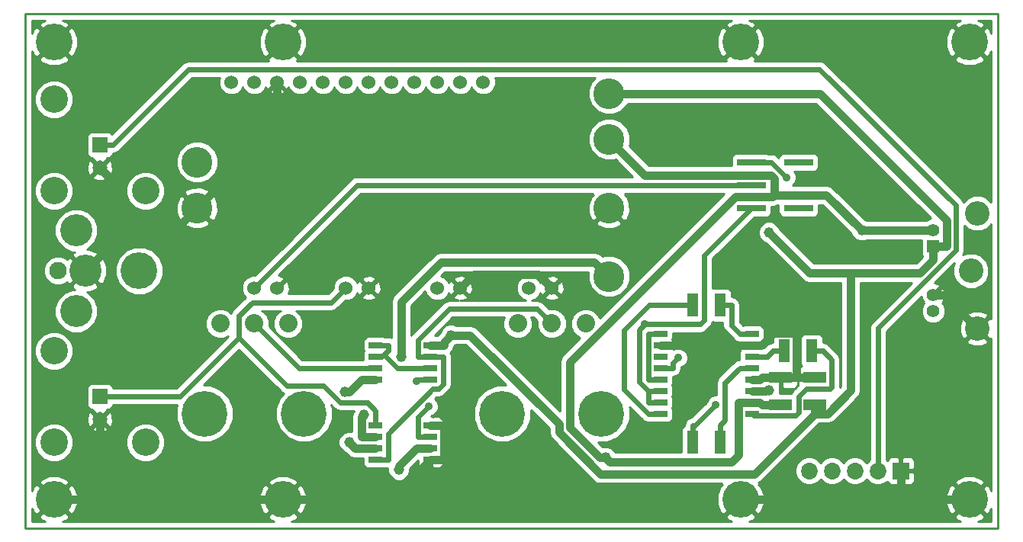
<source format=gtl>
G04 (created by PCBNEW-RS274X (2011-05-25)-stable) date Fri 04 Oct 2013 02:44:26 PM EDT*
G01*
G70*
G90*
%MOIN*%
G04 Gerber Fmt 3.4, Leading zero omitted, Abs format*
%FSLAX34Y34*%
G04 APERTURE LIST*
%ADD10C,0.006000*%
%ADD11C,0.009000*%
%ADD12C,0.107000*%
%ADD13C,0.056000*%
%ADD14R,0.056000X0.056000*%
%ADD15C,0.160000*%
%ADD16C,0.060000*%
%ADD17R,0.060000X0.025000*%
%ADD18R,0.050000X0.100000*%
%ADD19R,0.100000X0.050000*%
%ADD20C,0.200000*%
%ADD21C,0.080000*%
%ADD22C,0.076000*%
%ADD23C,0.140000*%
%ADD24C,0.120000*%
%ADD25R,0.065000X0.065000*%
%ADD26C,0.065000*%
%ADD27C,0.073000*%
%ADD28R,0.073000X0.073000*%
%ADD29C,0.135000*%
%ADD30R,0.125000X0.030000*%
%ADD31C,0.046000*%
%ADD32C,0.035000*%
%ADD33C,0.036000*%
%ADD34C,0.024000*%
%ADD35C,0.010000*%
G04 APERTURE END LIST*
G54D10*
G54D11*
X29500Y-30500D02*
X29500Y-53000D01*
X72000Y-30500D02*
X29500Y-30500D01*
X72000Y-53000D02*
X72000Y-30500D01*
X29500Y-53000D02*
X72000Y-53000D01*
G54D12*
X71090Y-44270D03*
X71090Y-39230D03*
G54D13*
X69170Y-43520D03*
X69170Y-39980D03*
X69170Y-42815D03*
G54D14*
X69170Y-40685D03*
G54D12*
X70820Y-41750D03*
G54D15*
X30750Y-51750D03*
X40750Y-51750D03*
X30750Y-31750D03*
X60750Y-51750D03*
X70750Y-31750D03*
X70750Y-51750D03*
G54D16*
X44500Y-42500D03*
X43500Y-42500D03*
X40500Y-42500D03*
X39500Y-42500D03*
X47500Y-42500D03*
X48500Y-42500D03*
X51500Y-42500D03*
X52500Y-42500D03*
X38500Y-33500D03*
X39500Y-33500D03*
X40500Y-33500D03*
X41500Y-33500D03*
X42500Y-33500D03*
X43500Y-33500D03*
X44500Y-33500D03*
X45500Y-33500D03*
X46500Y-33500D03*
X47500Y-33500D03*
X48500Y-33500D03*
X49500Y-33500D03*
G54D17*
X57250Y-44500D03*
X57250Y-45000D03*
X57250Y-45500D03*
X57250Y-46000D03*
X57250Y-46500D03*
X57250Y-47000D03*
X57250Y-47500D03*
X57250Y-48000D03*
X61250Y-48000D03*
X61250Y-47500D03*
X61250Y-47000D03*
X61250Y-46500D03*
X61250Y-46000D03*
X61250Y-45500D03*
X61250Y-45000D03*
X61250Y-44500D03*
G54D18*
X59850Y-43250D03*
X58650Y-43250D03*
X63850Y-45250D03*
X62650Y-45250D03*
X59850Y-49250D03*
X58650Y-49250D03*
G54D19*
X64000Y-47600D03*
X64000Y-46400D03*
X62500Y-47600D03*
X62500Y-46400D03*
G54D20*
X41670Y-48000D03*
X37330Y-48000D03*
G54D21*
X39500Y-44060D03*
X40980Y-44060D03*
X38020Y-44060D03*
G54D20*
X54670Y-48000D03*
X50330Y-48000D03*
G54D21*
X52500Y-44060D03*
X53980Y-44060D03*
X51020Y-44060D03*
G54D15*
X40750Y-31750D03*
G54D22*
X30930Y-41750D03*
G54D23*
X32110Y-41750D03*
G54D15*
X34470Y-41750D03*
G54D23*
X31720Y-39980D03*
X31720Y-43520D03*
G54D24*
X30750Y-38250D03*
X30750Y-34250D03*
G54D25*
X32750Y-36250D03*
G54D26*
X32750Y-37250D03*
G54D24*
X34750Y-38250D03*
X30750Y-49250D03*
X30750Y-45250D03*
G54D25*
X32750Y-47250D03*
G54D26*
X32750Y-48250D03*
G54D24*
X34750Y-49250D03*
G54D27*
X66750Y-50500D03*
X65750Y-50500D03*
G54D28*
X67750Y-50500D03*
G54D27*
X64750Y-50500D03*
X63750Y-50500D03*
G54D15*
X60750Y-31750D03*
G54D29*
X37000Y-39000D03*
X37000Y-37000D03*
X55000Y-34000D03*
X55000Y-36000D03*
X55000Y-39000D03*
X55000Y-42000D03*
G54D17*
X44800Y-45000D03*
X44800Y-45500D03*
X44800Y-46000D03*
X44800Y-46500D03*
X47200Y-46500D03*
X47200Y-46000D03*
X47200Y-45500D03*
X47200Y-45000D03*
X44800Y-48500D03*
X44800Y-49000D03*
X44800Y-49500D03*
X44800Y-50000D03*
X47200Y-50000D03*
X47200Y-49500D03*
X47200Y-49000D03*
X47200Y-48500D03*
G54D30*
X61220Y-39000D03*
X61220Y-38000D03*
X61220Y-37000D03*
X63280Y-39000D03*
X63280Y-37000D03*
G54D31*
X45923Y-45507D03*
X44305Y-48046D03*
X66045Y-39980D03*
X43455Y-47048D03*
X45817Y-50452D03*
X54855Y-49925D03*
G54D32*
X59669Y-47603D03*
X62755Y-37670D03*
X56559Y-44093D03*
G54D31*
X59399Y-44997D03*
G54D32*
X47131Y-47679D03*
X58024Y-45556D03*
X46600Y-46562D03*
G54D31*
X48103Y-44562D03*
X61991Y-40071D03*
X43647Y-49245D03*
X61991Y-46984D03*
G54D33*
X54370Y-41370D02*
X55000Y-42000D01*
X47649Y-41370D02*
X54370Y-41370D01*
X45923Y-43096D02*
X47649Y-41370D01*
X45923Y-45507D02*
X45923Y-43096D01*
X44200Y-48151D02*
X44305Y-48046D01*
X44200Y-49000D02*
X44200Y-48151D01*
X44800Y-49000D02*
X44200Y-49000D01*
X62500Y-47600D02*
X61700Y-47600D01*
X61600Y-47500D02*
X61250Y-47500D01*
X61700Y-47600D02*
X61600Y-47500D01*
X69170Y-39980D02*
X66045Y-39980D01*
X44800Y-46500D02*
X44200Y-46500D01*
X43652Y-47048D02*
X43455Y-47048D01*
X44200Y-46500D02*
X43652Y-47048D01*
X47200Y-49500D02*
X46600Y-49500D01*
X45817Y-50283D02*
X45817Y-50452D01*
X46600Y-49500D02*
X45817Y-50283D01*
X60650Y-49818D02*
X60650Y-47500D01*
X60368Y-50100D02*
X60650Y-49818D01*
X55030Y-50100D02*
X60368Y-50100D01*
X54855Y-49925D02*
X55030Y-50100D01*
X61250Y-47500D02*
X60650Y-47500D01*
X62217Y-37704D02*
X62217Y-38432D01*
X62079Y-37566D02*
X62217Y-37704D01*
X56566Y-37566D02*
X62079Y-37566D01*
X55000Y-36000D02*
X56566Y-37566D01*
X64497Y-38432D02*
X66045Y-39980D01*
X62217Y-38432D02*
X64497Y-38432D01*
X54578Y-49925D02*
X54855Y-49925D01*
X53277Y-48624D02*
X54578Y-49925D01*
X53277Y-45732D02*
X53277Y-48624D01*
X60509Y-38500D02*
X53277Y-45732D01*
X62149Y-38500D02*
X60509Y-38500D01*
X62217Y-38432D02*
X62149Y-38500D01*
G54D34*
X36628Y-32937D02*
X33315Y-36250D01*
X64202Y-32937D02*
X36628Y-32937D01*
X70154Y-38889D02*
X64202Y-32937D01*
X70154Y-40853D02*
X70154Y-38889D01*
X66750Y-44257D02*
X70154Y-40853D01*
X66750Y-50500D02*
X66750Y-44257D01*
X32750Y-36250D02*
X33315Y-36250D01*
X58762Y-48510D02*
X58650Y-48510D01*
X59669Y-47603D02*
X58762Y-48510D01*
X58650Y-49250D02*
X58650Y-48510D01*
X61220Y-37000D02*
X62085Y-37000D01*
X62085Y-37000D02*
X62755Y-37670D01*
X57250Y-47500D02*
X56710Y-47500D01*
X56710Y-47500D02*
X56710Y-47000D01*
X56710Y-47000D02*
X57250Y-47000D01*
X56307Y-46597D02*
X56710Y-47000D01*
X56307Y-44345D02*
X56307Y-46597D01*
X56559Y-44093D02*
X56307Y-44345D01*
X58981Y-44093D02*
X56559Y-44093D01*
X59150Y-43924D02*
X58981Y-44093D01*
X59150Y-41070D02*
X59150Y-43924D01*
X61220Y-39000D02*
X59150Y-41070D01*
X51849Y-43409D02*
X52500Y-44060D01*
X48018Y-43409D02*
X51849Y-43409D01*
X46660Y-44767D02*
X48018Y-43409D01*
X46660Y-45500D02*
X46660Y-44767D01*
X47200Y-45500D02*
X46660Y-45500D01*
X47740Y-46708D02*
X47740Y-45500D01*
X47540Y-46908D02*
X47740Y-46708D01*
X47297Y-46908D02*
X47540Y-46908D01*
X45340Y-48865D02*
X47297Y-46908D01*
X45340Y-50000D02*
X45340Y-48865D01*
X44800Y-50000D02*
X45340Y-50000D01*
X47200Y-45500D02*
X47740Y-45500D01*
X32750Y-47250D02*
X33315Y-47250D01*
X40921Y-46767D02*
X38829Y-44675D01*
X42534Y-46767D02*
X40921Y-46767D01*
X43269Y-47502D02*
X42534Y-46767D01*
X44440Y-47502D02*
X43269Y-47502D01*
X44800Y-47862D02*
X44440Y-47502D01*
X44800Y-48500D02*
X44800Y-47862D01*
X36254Y-47250D02*
X38829Y-44675D01*
X33315Y-47250D02*
X36254Y-47250D01*
X42872Y-43128D02*
X43500Y-42500D01*
X39410Y-43128D02*
X42872Y-43128D01*
X38829Y-43709D02*
X39410Y-43128D01*
X38829Y-44675D02*
X38829Y-43709D01*
G54D33*
X51917Y-41917D02*
X52500Y-42500D01*
X49083Y-41917D02*
X51917Y-41917D01*
X48500Y-42500D02*
X49083Y-41917D01*
X32750Y-51750D02*
X32750Y-48250D01*
X40750Y-51750D02*
X32750Y-51750D01*
X32750Y-51750D02*
X30750Y-51750D01*
X33495Y-40365D02*
X33495Y-39682D01*
X32110Y-41750D02*
X33495Y-40365D01*
X33495Y-37995D02*
X32750Y-37250D01*
X33495Y-39682D02*
X33495Y-37995D01*
X64000Y-46400D02*
X63200Y-46400D01*
X69635Y-42815D02*
X71090Y-44270D01*
X69170Y-42815D02*
X69635Y-42815D01*
X67750Y-50500D02*
X67750Y-51165D01*
X67750Y-51165D02*
X67750Y-51750D01*
X70750Y-51750D02*
X67750Y-51750D01*
X67750Y-51750D02*
X60750Y-51750D01*
X63200Y-44586D02*
X63200Y-46400D01*
X63080Y-44466D02*
X63200Y-44586D01*
X62197Y-44466D02*
X63080Y-44466D01*
X61663Y-45000D02*
X62197Y-44466D01*
X61250Y-45000D02*
X61663Y-45000D01*
X62500Y-46400D02*
X63200Y-46400D01*
X61600Y-46500D02*
X61250Y-46500D01*
X61700Y-46400D02*
X61600Y-46500D01*
X62500Y-46400D02*
X61700Y-46400D01*
X57250Y-45000D02*
X57850Y-45000D01*
X57853Y-44997D02*
X57850Y-45000D01*
X59399Y-44997D02*
X57853Y-44997D01*
X60647Y-44997D02*
X60650Y-45000D01*
X59399Y-44997D02*
X60647Y-44997D01*
X61250Y-45000D02*
X60650Y-45000D01*
X36318Y-39682D02*
X37000Y-39000D01*
X33495Y-39682D02*
X36318Y-39682D01*
X40500Y-35500D02*
X40500Y-33500D01*
X37000Y-39000D02*
X40500Y-35500D01*
X47800Y-50000D02*
X47800Y-48500D01*
X45450Y-51750D02*
X40750Y-51750D01*
X47200Y-50000D02*
X45450Y-51750D01*
X47200Y-50000D02*
X47800Y-50000D01*
X47200Y-48500D02*
X47800Y-48500D01*
G54D34*
X46660Y-48150D02*
X47131Y-47679D01*
X46660Y-49000D02*
X46660Y-48150D01*
X47200Y-49000D02*
X46660Y-49000D01*
X61910Y-45500D02*
X62160Y-45250D01*
X61250Y-45500D02*
X61910Y-45500D01*
X62650Y-45250D02*
X62160Y-45250D01*
X57250Y-48000D02*
X56710Y-48000D01*
X55666Y-46956D02*
X56710Y-48000D01*
X55666Y-44351D02*
X55666Y-46956D01*
X56767Y-43250D02*
X55666Y-44351D01*
X58650Y-43250D02*
X56767Y-43250D01*
X61250Y-44500D02*
X60710Y-44500D01*
X59850Y-43250D02*
X60340Y-43250D01*
X60340Y-44130D02*
X60710Y-44500D01*
X60340Y-43250D02*
X60340Y-44130D01*
X60068Y-48292D02*
X59850Y-48510D01*
X60068Y-46642D02*
X60068Y-48292D01*
X60710Y-46000D02*
X60068Y-46642D01*
X61250Y-46000D02*
X60710Y-46000D01*
X59850Y-49250D02*
X59850Y-48510D01*
X64724Y-45634D02*
X64340Y-45250D01*
X64724Y-46850D02*
X64724Y-45634D01*
X64655Y-46919D02*
X64724Y-46850D01*
X63616Y-46919D02*
X64655Y-46919D01*
X63277Y-47258D02*
X63616Y-46919D01*
X63277Y-47952D02*
X63277Y-47258D01*
X63155Y-48074D02*
X63277Y-47952D01*
X61324Y-48074D02*
X63155Y-48074D01*
X61250Y-48000D02*
X61324Y-48074D01*
X63850Y-45250D02*
X64340Y-45250D01*
X56710Y-46500D02*
X56710Y-44500D01*
X57250Y-46500D02*
X56710Y-46500D01*
X57250Y-44500D02*
X56710Y-44500D01*
X57790Y-45790D02*
X58024Y-45556D01*
X57790Y-46000D02*
X57790Y-45790D01*
X57250Y-46000D02*
X57790Y-46000D01*
X41440Y-46000D02*
X39500Y-44060D01*
X44800Y-46000D02*
X41440Y-46000D01*
X44000Y-38000D02*
X39500Y-42500D01*
X61220Y-38000D02*
X44000Y-38000D01*
X46660Y-46502D02*
X46600Y-46562D01*
X46660Y-46500D02*
X46660Y-46502D01*
X47200Y-46500D02*
X46660Y-46500D01*
X44800Y-45500D02*
X45070Y-45500D01*
X44800Y-45000D02*
X45340Y-45000D01*
X45772Y-46000D02*
X45171Y-45399D01*
X47200Y-46000D02*
X45772Y-46000D01*
X45070Y-45500D02*
X45171Y-45399D01*
X45340Y-45230D02*
X45340Y-45000D01*
X45171Y-45399D02*
X45340Y-45230D01*
G54D33*
X69750Y-39542D02*
X69750Y-40685D01*
X64208Y-34000D02*
X69750Y-39542D01*
X55000Y-34000D02*
X64208Y-34000D01*
X69170Y-40685D02*
X69750Y-40685D01*
X64000Y-47600D02*
X64000Y-47996D01*
X69170Y-40685D02*
X69170Y-41265D01*
X47200Y-45000D02*
X47800Y-45000D01*
X47800Y-44865D02*
X48103Y-44562D01*
X47800Y-45000D02*
X47800Y-44865D01*
X65567Y-46988D02*
X65567Y-41845D01*
X64559Y-47996D02*
X65567Y-46988D01*
X64000Y-47996D02*
X64559Y-47996D01*
X68590Y-41845D02*
X69170Y-41265D01*
X65567Y-41845D02*
X68590Y-41845D01*
X48917Y-44562D02*
X48103Y-44562D01*
X52813Y-48458D02*
X48917Y-44562D01*
X52813Y-48817D02*
X52813Y-48458D01*
X54626Y-50630D02*
X52813Y-48817D01*
X61366Y-50630D02*
X54626Y-50630D01*
X64000Y-47996D02*
X61366Y-50630D01*
X61866Y-46984D02*
X61850Y-47000D01*
X61991Y-46984D02*
X61866Y-46984D01*
X61250Y-47000D02*
X61850Y-47000D01*
X63765Y-41845D02*
X61991Y-40071D01*
X65567Y-41845D02*
X63765Y-41845D01*
X43902Y-49500D02*
X43647Y-49245D01*
X44800Y-49500D02*
X43902Y-49500D01*
G54D10*
G36*
X60031Y-38370D02*
X54582Y-43818D01*
X54530Y-43692D01*
X54348Y-43510D01*
X54109Y-43411D01*
X53851Y-43411D01*
X53612Y-43510D01*
X53430Y-43692D01*
X53331Y-43931D01*
X53331Y-44189D01*
X53430Y-44428D01*
X53612Y-44610D01*
X53738Y-44662D01*
X52973Y-45428D01*
X52880Y-45567D01*
X52847Y-45732D01*
X52847Y-47883D01*
X49221Y-44258D01*
X49082Y-44165D01*
X48917Y-44132D01*
X48319Y-44132D01*
X48199Y-44082D01*
X48008Y-44082D01*
X47832Y-44155D01*
X47696Y-44290D01*
X47645Y-44411D01*
X47496Y-44561D01*
X47489Y-44570D01*
X47380Y-44570D01*
X48171Y-43779D01*
X50433Y-43779D01*
X50371Y-43931D01*
X50371Y-44189D01*
X50470Y-44428D01*
X50652Y-44610D01*
X50891Y-44709D01*
X51149Y-44709D01*
X51388Y-44610D01*
X51570Y-44428D01*
X51669Y-44189D01*
X51669Y-43931D01*
X51606Y-43779D01*
X51695Y-43779D01*
X51851Y-43934D01*
X51851Y-44189D01*
X51950Y-44428D01*
X52132Y-44610D01*
X52371Y-44709D01*
X52629Y-44709D01*
X52868Y-44610D01*
X53050Y-44428D01*
X53149Y-44189D01*
X53149Y-43931D01*
X53050Y-43692D01*
X53043Y-43685D01*
X53043Y-42579D01*
X53032Y-42366D01*
X52972Y-42219D01*
X52878Y-42192D01*
X52808Y-42262D01*
X52808Y-42122D01*
X52781Y-42028D01*
X52579Y-41957D01*
X52366Y-41968D01*
X52219Y-42028D01*
X52192Y-42122D01*
X52500Y-42429D01*
X52808Y-42122D01*
X52808Y-42262D01*
X52571Y-42500D01*
X52878Y-42808D01*
X52972Y-42781D01*
X53043Y-42579D01*
X53043Y-43685D01*
X52868Y-43510D01*
X52808Y-43485D01*
X52808Y-42878D01*
X52500Y-42571D01*
X52192Y-42878D01*
X52219Y-42972D01*
X52421Y-43043D01*
X52634Y-43032D01*
X52781Y-42972D01*
X52808Y-42878D01*
X52808Y-43485D01*
X52629Y-43411D01*
X52374Y-43411D01*
X52111Y-43147D01*
X51991Y-43067D01*
X51966Y-43062D01*
X51849Y-43038D01*
X51844Y-43039D01*
X51633Y-43039D01*
X51811Y-42965D01*
X51965Y-42811D01*
X52002Y-42719D01*
X52028Y-42781D01*
X52122Y-42808D01*
X52429Y-42500D01*
X52122Y-42192D01*
X52028Y-42219D01*
X52004Y-42284D01*
X51965Y-42189D01*
X51811Y-42035D01*
X51609Y-41951D01*
X51391Y-41951D01*
X51189Y-42035D01*
X51035Y-42189D01*
X50951Y-42391D01*
X50951Y-42609D01*
X51035Y-42811D01*
X51189Y-42965D01*
X51366Y-43039D01*
X49043Y-43039D01*
X49043Y-42579D01*
X49032Y-42366D01*
X48972Y-42219D01*
X48878Y-42192D01*
X48808Y-42262D01*
X48808Y-42122D01*
X48781Y-42028D01*
X48579Y-41957D01*
X48366Y-41968D01*
X48219Y-42028D01*
X48192Y-42122D01*
X48500Y-42429D01*
X48808Y-42122D01*
X48808Y-42262D01*
X48571Y-42500D01*
X48878Y-42808D01*
X48972Y-42781D01*
X49043Y-42579D01*
X49043Y-43039D01*
X48498Y-43039D01*
X48634Y-43032D01*
X48781Y-42972D01*
X48808Y-42878D01*
X48500Y-42571D01*
X48192Y-42878D01*
X48219Y-42972D01*
X48409Y-43039D01*
X48018Y-43039D01*
X47876Y-43067D01*
X47756Y-43147D01*
X47754Y-43149D01*
X46398Y-44505D01*
X46353Y-44572D01*
X46353Y-43274D01*
X46970Y-42656D01*
X47035Y-42811D01*
X47189Y-42965D01*
X47391Y-43049D01*
X47609Y-43049D01*
X47811Y-42965D01*
X47965Y-42811D01*
X48002Y-42719D01*
X48028Y-42781D01*
X48122Y-42808D01*
X48429Y-42500D01*
X48122Y-42192D01*
X48028Y-42219D01*
X48004Y-42284D01*
X47965Y-42189D01*
X47811Y-42035D01*
X47656Y-41970D01*
X47827Y-41800D01*
X54081Y-41800D01*
X54075Y-41815D01*
X54075Y-42183D01*
X54215Y-42523D01*
X54475Y-42783D01*
X54815Y-42925D01*
X55183Y-42925D01*
X55523Y-42785D01*
X55783Y-42525D01*
X55925Y-42185D01*
X55925Y-41817D01*
X55909Y-41778D01*
X55785Y-41477D01*
X55573Y-41265D01*
X55573Y-39644D01*
X55000Y-39071D01*
X54929Y-39142D01*
X54427Y-39644D01*
X54498Y-39776D01*
X54833Y-39909D01*
X55194Y-39904D01*
X55502Y-39776D01*
X55573Y-39644D01*
X55573Y-41265D01*
X55525Y-41217D01*
X55185Y-41075D01*
X54817Y-41075D01*
X54722Y-41114D01*
X54674Y-41066D01*
X54535Y-40973D01*
X54370Y-40940D01*
X47649Y-40940D01*
X47484Y-40973D01*
X47345Y-41066D01*
X47344Y-41066D01*
X47344Y-41067D01*
X45619Y-42792D01*
X45526Y-42931D01*
X45493Y-43096D01*
X45493Y-44665D01*
X45482Y-44658D01*
X45340Y-44630D01*
X45159Y-44630D01*
X45150Y-44626D01*
X45051Y-44626D01*
X45043Y-44626D01*
X45043Y-42579D01*
X45032Y-42366D01*
X44972Y-42219D01*
X44878Y-42192D01*
X44808Y-42262D01*
X44808Y-42122D01*
X44781Y-42028D01*
X44579Y-41957D01*
X44366Y-41968D01*
X44219Y-42028D01*
X44192Y-42122D01*
X44500Y-42429D01*
X44808Y-42122D01*
X44808Y-42262D01*
X44571Y-42500D01*
X44878Y-42808D01*
X44972Y-42781D01*
X45043Y-42579D01*
X45043Y-44626D01*
X44808Y-44626D01*
X44808Y-42878D01*
X44500Y-42571D01*
X44192Y-42878D01*
X44219Y-42972D01*
X44421Y-43043D01*
X44634Y-43032D01*
X44781Y-42972D01*
X44808Y-42878D01*
X44808Y-44626D01*
X44451Y-44626D01*
X44359Y-44664D01*
X44289Y-44734D01*
X44251Y-44825D01*
X44251Y-44924D01*
X44251Y-45174D01*
X44282Y-45249D01*
X44251Y-45325D01*
X44251Y-45424D01*
X44251Y-45630D01*
X41593Y-45630D01*
X40149Y-44185D01*
X40149Y-43931D01*
X40050Y-43692D01*
X39868Y-43510D01*
X39839Y-43498D01*
X40640Y-43498D01*
X40612Y-43510D01*
X40430Y-43692D01*
X40331Y-43931D01*
X40331Y-44189D01*
X40430Y-44428D01*
X40612Y-44610D01*
X40851Y-44709D01*
X41109Y-44709D01*
X41348Y-44610D01*
X41530Y-44428D01*
X41629Y-44189D01*
X41629Y-43931D01*
X41530Y-43692D01*
X41348Y-43510D01*
X41319Y-43498D01*
X42867Y-43498D01*
X42872Y-43499D01*
X42872Y-43498D01*
X42989Y-43474D01*
X43013Y-43470D01*
X43014Y-43470D01*
X43134Y-43390D01*
X43475Y-43049D01*
X43609Y-43049D01*
X43811Y-42965D01*
X43965Y-42811D01*
X44002Y-42719D01*
X44028Y-42781D01*
X44122Y-42808D01*
X44429Y-42500D01*
X44122Y-42192D01*
X44028Y-42219D01*
X44004Y-42284D01*
X43965Y-42189D01*
X43811Y-42035D01*
X43609Y-41951D01*
X43391Y-41951D01*
X43189Y-42035D01*
X43035Y-42189D01*
X42951Y-42391D01*
X42951Y-42525D01*
X42718Y-42758D01*
X40980Y-42758D01*
X41043Y-42579D01*
X41032Y-42366D01*
X40972Y-42219D01*
X40878Y-42192D01*
X40571Y-42500D01*
X40500Y-42571D01*
X40429Y-42500D01*
X40500Y-42429D01*
X40535Y-42394D01*
X40808Y-42122D01*
X40781Y-42028D01*
X40579Y-41957D01*
X40566Y-41957D01*
X44153Y-38370D01*
X54298Y-38370D01*
X54263Y-38405D01*
X54309Y-38451D01*
X54224Y-38498D01*
X54091Y-38833D01*
X54096Y-39194D01*
X54224Y-39502D01*
X54356Y-39573D01*
X54894Y-39035D01*
X54929Y-39000D01*
X55000Y-38929D01*
X55071Y-39000D01*
X55106Y-39035D01*
X55644Y-39573D01*
X55776Y-39502D01*
X55909Y-39167D01*
X55904Y-38806D01*
X55776Y-38498D01*
X55690Y-38451D01*
X55737Y-38405D01*
X55702Y-38370D01*
X60031Y-38370D01*
X60031Y-38370D01*
G37*
G54D35*
X60031Y-38370D02*
X54582Y-43818D01*
X54530Y-43692D01*
X54348Y-43510D01*
X54109Y-43411D01*
X53851Y-43411D01*
X53612Y-43510D01*
X53430Y-43692D01*
X53331Y-43931D01*
X53331Y-44189D01*
X53430Y-44428D01*
X53612Y-44610D01*
X53738Y-44662D01*
X52973Y-45428D01*
X52880Y-45567D01*
X52847Y-45732D01*
X52847Y-47883D01*
X49221Y-44258D01*
X49082Y-44165D01*
X48917Y-44132D01*
X48319Y-44132D01*
X48199Y-44082D01*
X48008Y-44082D01*
X47832Y-44155D01*
X47696Y-44290D01*
X47645Y-44411D01*
X47496Y-44561D01*
X47489Y-44570D01*
X47380Y-44570D01*
X48171Y-43779D01*
X50433Y-43779D01*
X50371Y-43931D01*
X50371Y-44189D01*
X50470Y-44428D01*
X50652Y-44610D01*
X50891Y-44709D01*
X51149Y-44709D01*
X51388Y-44610D01*
X51570Y-44428D01*
X51669Y-44189D01*
X51669Y-43931D01*
X51606Y-43779D01*
X51695Y-43779D01*
X51851Y-43934D01*
X51851Y-44189D01*
X51950Y-44428D01*
X52132Y-44610D01*
X52371Y-44709D01*
X52629Y-44709D01*
X52868Y-44610D01*
X53050Y-44428D01*
X53149Y-44189D01*
X53149Y-43931D01*
X53050Y-43692D01*
X53043Y-43685D01*
X53043Y-42579D01*
X53032Y-42366D01*
X52972Y-42219D01*
X52878Y-42192D01*
X52808Y-42262D01*
X52808Y-42122D01*
X52781Y-42028D01*
X52579Y-41957D01*
X52366Y-41968D01*
X52219Y-42028D01*
X52192Y-42122D01*
X52500Y-42429D01*
X52808Y-42122D01*
X52808Y-42262D01*
X52571Y-42500D01*
X52878Y-42808D01*
X52972Y-42781D01*
X53043Y-42579D01*
X53043Y-43685D01*
X52868Y-43510D01*
X52808Y-43485D01*
X52808Y-42878D01*
X52500Y-42571D01*
X52192Y-42878D01*
X52219Y-42972D01*
X52421Y-43043D01*
X52634Y-43032D01*
X52781Y-42972D01*
X52808Y-42878D01*
X52808Y-43485D01*
X52629Y-43411D01*
X52374Y-43411D01*
X52111Y-43147D01*
X51991Y-43067D01*
X51966Y-43062D01*
X51849Y-43038D01*
X51844Y-43039D01*
X51633Y-43039D01*
X51811Y-42965D01*
X51965Y-42811D01*
X52002Y-42719D01*
X52028Y-42781D01*
X52122Y-42808D01*
X52429Y-42500D01*
X52122Y-42192D01*
X52028Y-42219D01*
X52004Y-42284D01*
X51965Y-42189D01*
X51811Y-42035D01*
X51609Y-41951D01*
X51391Y-41951D01*
X51189Y-42035D01*
X51035Y-42189D01*
X50951Y-42391D01*
X50951Y-42609D01*
X51035Y-42811D01*
X51189Y-42965D01*
X51366Y-43039D01*
X49043Y-43039D01*
X49043Y-42579D01*
X49032Y-42366D01*
X48972Y-42219D01*
X48878Y-42192D01*
X48808Y-42262D01*
X48808Y-42122D01*
X48781Y-42028D01*
X48579Y-41957D01*
X48366Y-41968D01*
X48219Y-42028D01*
X48192Y-42122D01*
X48500Y-42429D01*
X48808Y-42122D01*
X48808Y-42262D01*
X48571Y-42500D01*
X48878Y-42808D01*
X48972Y-42781D01*
X49043Y-42579D01*
X49043Y-43039D01*
X48498Y-43039D01*
X48634Y-43032D01*
X48781Y-42972D01*
X48808Y-42878D01*
X48500Y-42571D01*
X48192Y-42878D01*
X48219Y-42972D01*
X48409Y-43039D01*
X48018Y-43039D01*
X47876Y-43067D01*
X47756Y-43147D01*
X47754Y-43149D01*
X46398Y-44505D01*
X46353Y-44572D01*
X46353Y-43274D01*
X46970Y-42656D01*
X47035Y-42811D01*
X47189Y-42965D01*
X47391Y-43049D01*
X47609Y-43049D01*
X47811Y-42965D01*
X47965Y-42811D01*
X48002Y-42719D01*
X48028Y-42781D01*
X48122Y-42808D01*
X48429Y-42500D01*
X48122Y-42192D01*
X48028Y-42219D01*
X48004Y-42284D01*
X47965Y-42189D01*
X47811Y-42035D01*
X47656Y-41970D01*
X47827Y-41800D01*
X54081Y-41800D01*
X54075Y-41815D01*
X54075Y-42183D01*
X54215Y-42523D01*
X54475Y-42783D01*
X54815Y-42925D01*
X55183Y-42925D01*
X55523Y-42785D01*
X55783Y-42525D01*
X55925Y-42185D01*
X55925Y-41817D01*
X55909Y-41778D01*
X55785Y-41477D01*
X55573Y-41265D01*
X55573Y-39644D01*
X55000Y-39071D01*
X54929Y-39142D01*
X54427Y-39644D01*
X54498Y-39776D01*
X54833Y-39909D01*
X55194Y-39904D01*
X55502Y-39776D01*
X55573Y-39644D01*
X55573Y-41265D01*
X55525Y-41217D01*
X55185Y-41075D01*
X54817Y-41075D01*
X54722Y-41114D01*
X54674Y-41066D01*
X54535Y-40973D01*
X54370Y-40940D01*
X47649Y-40940D01*
X47484Y-40973D01*
X47345Y-41066D01*
X47344Y-41066D01*
X47344Y-41067D01*
X45619Y-42792D01*
X45526Y-42931D01*
X45493Y-43096D01*
X45493Y-44665D01*
X45482Y-44658D01*
X45340Y-44630D01*
X45159Y-44630D01*
X45150Y-44626D01*
X45051Y-44626D01*
X45043Y-44626D01*
X45043Y-42579D01*
X45032Y-42366D01*
X44972Y-42219D01*
X44878Y-42192D01*
X44808Y-42262D01*
X44808Y-42122D01*
X44781Y-42028D01*
X44579Y-41957D01*
X44366Y-41968D01*
X44219Y-42028D01*
X44192Y-42122D01*
X44500Y-42429D01*
X44808Y-42122D01*
X44808Y-42262D01*
X44571Y-42500D01*
X44878Y-42808D01*
X44972Y-42781D01*
X45043Y-42579D01*
X45043Y-44626D01*
X44808Y-44626D01*
X44808Y-42878D01*
X44500Y-42571D01*
X44192Y-42878D01*
X44219Y-42972D01*
X44421Y-43043D01*
X44634Y-43032D01*
X44781Y-42972D01*
X44808Y-42878D01*
X44808Y-44626D01*
X44451Y-44626D01*
X44359Y-44664D01*
X44289Y-44734D01*
X44251Y-44825D01*
X44251Y-44924D01*
X44251Y-45174D01*
X44282Y-45249D01*
X44251Y-45325D01*
X44251Y-45424D01*
X44251Y-45630D01*
X41593Y-45630D01*
X40149Y-44185D01*
X40149Y-43931D01*
X40050Y-43692D01*
X39868Y-43510D01*
X39839Y-43498D01*
X40640Y-43498D01*
X40612Y-43510D01*
X40430Y-43692D01*
X40331Y-43931D01*
X40331Y-44189D01*
X40430Y-44428D01*
X40612Y-44610D01*
X40851Y-44709D01*
X41109Y-44709D01*
X41348Y-44610D01*
X41530Y-44428D01*
X41629Y-44189D01*
X41629Y-43931D01*
X41530Y-43692D01*
X41348Y-43510D01*
X41319Y-43498D01*
X42867Y-43498D01*
X42872Y-43499D01*
X42872Y-43498D01*
X42989Y-43474D01*
X43013Y-43470D01*
X43014Y-43470D01*
X43134Y-43390D01*
X43475Y-43049D01*
X43609Y-43049D01*
X43811Y-42965D01*
X43965Y-42811D01*
X44002Y-42719D01*
X44028Y-42781D01*
X44122Y-42808D01*
X44429Y-42500D01*
X44122Y-42192D01*
X44028Y-42219D01*
X44004Y-42284D01*
X43965Y-42189D01*
X43811Y-42035D01*
X43609Y-41951D01*
X43391Y-41951D01*
X43189Y-42035D01*
X43035Y-42189D01*
X42951Y-42391D01*
X42951Y-42525D01*
X42718Y-42758D01*
X40980Y-42758D01*
X41043Y-42579D01*
X41032Y-42366D01*
X40972Y-42219D01*
X40878Y-42192D01*
X40571Y-42500D01*
X40500Y-42571D01*
X40429Y-42500D01*
X40500Y-42429D01*
X40535Y-42394D01*
X40808Y-42122D01*
X40781Y-42028D01*
X40579Y-41957D01*
X40566Y-41957D01*
X44153Y-38370D01*
X54298Y-38370D01*
X54263Y-38405D01*
X54309Y-38451D01*
X54224Y-38498D01*
X54091Y-38833D01*
X54096Y-39194D01*
X54224Y-39502D01*
X54356Y-39573D01*
X54894Y-39035D01*
X54929Y-39000D01*
X55000Y-38929D01*
X55071Y-39000D01*
X55106Y-39035D01*
X55644Y-39573D01*
X55776Y-39502D01*
X55909Y-39167D01*
X55904Y-38806D01*
X55776Y-38498D01*
X55690Y-38451D01*
X55737Y-38405D01*
X55702Y-38370D01*
X60031Y-38370D01*
G54D10*
G36*
X61300Y-46550D02*
X61200Y-46550D01*
X61200Y-46450D01*
X61300Y-46450D01*
X61300Y-46550D01*
X61300Y-46550D01*
G37*
G54D35*
X61300Y-46550D02*
X61200Y-46550D01*
X61200Y-46450D01*
X61300Y-46450D01*
X61300Y-46550D01*
G54D10*
G36*
X64050Y-46450D02*
X63950Y-46450D01*
X63900Y-46450D01*
X63312Y-46450D01*
X63250Y-46512D01*
X63188Y-46450D01*
X62550Y-46450D01*
X62550Y-46838D01*
X62612Y-46900D01*
X62951Y-46899D01*
X63050Y-46899D01*
X63141Y-46861D01*
X63211Y-46791D01*
X63249Y-46699D01*
X63250Y-46512D01*
X63251Y-46699D01*
X63269Y-46742D01*
X63015Y-46996D01*
X62945Y-47101D01*
X62462Y-47101D01*
X62471Y-47080D01*
X62471Y-46889D01*
X62450Y-46838D01*
X62450Y-46500D01*
X62450Y-46450D01*
X62450Y-46350D01*
X62550Y-46350D01*
X62600Y-46350D01*
X63188Y-46350D01*
X63250Y-46288D01*
X63312Y-46350D01*
X63900Y-46350D01*
X63950Y-46350D01*
X64050Y-46350D01*
X64050Y-46450D01*
X64050Y-46450D01*
G37*
G54D35*
X64050Y-46450D02*
X63950Y-46450D01*
X63900Y-46450D01*
X63312Y-46450D01*
X63250Y-46512D01*
X63188Y-46450D01*
X62550Y-46450D01*
X62550Y-46838D01*
X62612Y-46900D01*
X62951Y-46899D01*
X63050Y-46899D01*
X63141Y-46861D01*
X63211Y-46791D01*
X63249Y-46699D01*
X63250Y-46512D01*
X63251Y-46699D01*
X63269Y-46742D01*
X63015Y-46996D01*
X62945Y-47101D01*
X62462Y-47101D01*
X62471Y-47080D01*
X62471Y-46889D01*
X62450Y-46838D01*
X62450Y-46500D01*
X62450Y-46450D01*
X62450Y-46350D01*
X62550Y-46350D01*
X62600Y-46350D01*
X63188Y-46350D01*
X63250Y-46288D01*
X63312Y-46350D01*
X63900Y-46350D01*
X63950Y-46350D01*
X64050Y-46350D01*
X64050Y-46450D01*
G54D10*
G36*
X68700Y-41127D02*
X68412Y-41415D01*
X65567Y-41415D01*
X63943Y-41415D01*
X62447Y-39919D01*
X62398Y-39800D01*
X62263Y-39664D01*
X62087Y-39591D01*
X61896Y-39591D01*
X61720Y-39664D01*
X61584Y-39799D01*
X61511Y-39975D01*
X61511Y-40166D01*
X61584Y-40342D01*
X61719Y-40478D01*
X61840Y-40528D01*
X63460Y-42148D01*
X63461Y-42149D01*
X63600Y-42242D01*
X63764Y-42274D01*
X63765Y-42275D01*
X65137Y-42275D01*
X65137Y-46810D01*
X65093Y-46853D01*
X65094Y-46850D01*
X65094Y-45634D01*
X65066Y-45493D01*
X65066Y-45492D01*
X64986Y-45372D01*
X64602Y-44988D01*
X64482Y-44908D01*
X64457Y-44903D01*
X64349Y-44881D01*
X64349Y-44880D01*
X64349Y-44701D01*
X64311Y-44609D01*
X64241Y-44539D01*
X64150Y-44501D01*
X64051Y-44501D01*
X63551Y-44501D01*
X63459Y-44539D01*
X63389Y-44609D01*
X63351Y-44700D01*
X63351Y-44799D01*
X63351Y-45799D01*
X63389Y-45891D01*
X63414Y-45916D01*
X63359Y-45939D01*
X63289Y-46009D01*
X63251Y-46101D01*
X63250Y-46288D01*
X63249Y-46101D01*
X63211Y-46009D01*
X63141Y-45939D01*
X63085Y-45916D01*
X63111Y-45891D01*
X63149Y-45800D01*
X63149Y-45701D01*
X63149Y-44701D01*
X63111Y-44609D01*
X63041Y-44539D01*
X62950Y-44501D01*
X62851Y-44501D01*
X62351Y-44501D01*
X62259Y-44539D01*
X62189Y-44609D01*
X62151Y-44700D01*
X62151Y-44799D01*
X62151Y-44881D01*
X62018Y-44908D01*
X61898Y-44988D01*
X61896Y-44990D01*
X61799Y-45087D01*
X61787Y-45099D01*
X61738Y-45050D01*
X61350Y-45050D01*
X61300Y-45050D01*
X61200Y-45050D01*
X61150Y-45050D01*
X60762Y-45050D01*
X60701Y-45111D01*
X60701Y-45175D01*
X60732Y-45250D01*
X60701Y-45325D01*
X60701Y-45424D01*
X60701Y-45631D01*
X60568Y-45658D01*
X60448Y-45738D01*
X60446Y-45740D01*
X59806Y-46380D01*
X59726Y-46500D01*
X59721Y-46524D01*
X59697Y-46642D01*
X59698Y-46646D01*
X59698Y-47178D01*
X59585Y-47178D01*
X59429Y-47242D01*
X59309Y-47362D01*
X59253Y-47495D01*
X58597Y-48150D01*
X58508Y-48168D01*
X58388Y-48248D01*
X58308Y-48368D01*
X58280Y-48510D01*
X58280Y-48530D01*
X58259Y-48539D01*
X58189Y-48609D01*
X58151Y-48700D01*
X58151Y-48799D01*
X58151Y-49670D01*
X55268Y-49670D01*
X55262Y-49654D01*
X55127Y-49518D01*
X54951Y-49445D01*
X54760Y-49445D01*
X54721Y-49460D01*
X54510Y-49249D01*
X54917Y-49250D01*
X55377Y-49060D01*
X55729Y-48709D01*
X55919Y-48250D01*
X55920Y-47753D01*
X55906Y-47719D01*
X56446Y-48259D01*
X56448Y-48262D01*
X56568Y-48342D01*
X56710Y-48370D01*
X56890Y-48370D01*
X56900Y-48374D01*
X56999Y-48374D01*
X57599Y-48374D01*
X57691Y-48336D01*
X57761Y-48266D01*
X57799Y-48175D01*
X57799Y-48076D01*
X57799Y-47826D01*
X57767Y-47750D01*
X57799Y-47675D01*
X57799Y-47576D01*
X57799Y-47326D01*
X57767Y-47250D01*
X57799Y-47175D01*
X57799Y-47076D01*
X57799Y-46826D01*
X57767Y-46750D01*
X57799Y-46675D01*
X57799Y-46576D01*
X57799Y-46368D01*
X57932Y-46342D01*
X58052Y-46262D01*
X58132Y-46142D01*
X58160Y-46000D01*
X58160Y-45959D01*
X58264Y-45917D01*
X58384Y-45797D01*
X58449Y-45641D01*
X58449Y-45472D01*
X58385Y-45316D01*
X58265Y-45196D01*
X58109Y-45131D01*
X57940Y-45131D01*
X57792Y-45191D01*
X57799Y-45175D01*
X57799Y-45111D01*
X57738Y-45050D01*
X57350Y-45050D01*
X57300Y-45050D01*
X57200Y-45050D01*
X57200Y-44950D01*
X57300Y-44950D01*
X57350Y-44950D01*
X57738Y-44950D01*
X57799Y-44889D01*
X57799Y-44825D01*
X57767Y-44750D01*
X57799Y-44675D01*
X57799Y-44576D01*
X57799Y-44463D01*
X58976Y-44463D01*
X58981Y-44464D01*
X58981Y-44463D01*
X59098Y-44439D01*
X59122Y-44435D01*
X59123Y-44435D01*
X59243Y-44355D01*
X59412Y-44186D01*
X59492Y-44066D01*
X59492Y-44065D01*
X59496Y-44041D01*
X59509Y-43981D01*
X59550Y-43999D01*
X59649Y-43999D01*
X59970Y-43999D01*
X59970Y-44125D01*
X59969Y-44130D01*
X59993Y-44247D01*
X59998Y-44272D01*
X60078Y-44392D01*
X60446Y-44759D01*
X60448Y-44762D01*
X60568Y-44842D01*
X60701Y-44868D01*
X60701Y-44889D01*
X60762Y-44950D01*
X61150Y-44950D01*
X61200Y-44950D01*
X61300Y-44950D01*
X61350Y-44950D01*
X61738Y-44950D01*
X61799Y-44889D01*
X61799Y-44825D01*
X61767Y-44750D01*
X61799Y-44675D01*
X61799Y-44576D01*
X61799Y-44326D01*
X61761Y-44234D01*
X61691Y-44164D01*
X61600Y-44126D01*
X61501Y-44126D01*
X60901Y-44126D01*
X60891Y-44130D01*
X60863Y-44130D01*
X60710Y-43976D01*
X60710Y-43250D01*
X60682Y-43108D01*
X60602Y-42988D01*
X60482Y-42908D01*
X60349Y-42881D01*
X60349Y-42701D01*
X60311Y-42609D01*
X60241Y-42539D01*
X60150Y-42501D01*
X60051Y-42501D01*
X59551Y-42501D01*
X59520Y-42513D01*
X59520Y-41223D01*
X61344Y-39399D01*
X61894Y-39399D01*
X61986Y-39361D01*
X62056Y-39291D01*
X62094Y-39200D01*
X62094Y-39101D01*
X62094Y-38930D01*
X62149Y-38930D01*
X62313Y-38897D01*
X62314Y-38897D01*
X62365Y-38862D01*
X62366Y-38862D01*
X62406Y-38862D01*
X62406Y-38899D01*
X62406Y-39199D01*
X62444Y-39291D01*
X62514Y-39361D01*
X62605Y-39399D01*
X62704Y-39399D01*
X63954Y-39399D01*
X64046Y-39361D01*
X64116Y-39291D01*
X64154Y-39200D01*
X64154Y-39101D01*
X64154Y-38862D01*
X64319Y-38862D01*
X65588Y-40131D01*
X65638Y-40251D01*
X65773Y-40387D01*
X65949Y-40460D01*
X66140Y-40460D01*
X66260Y-40410D01*
X68641Y-40410D01*
X68641Y-40454D01*
X68641Y-41014D01*
X68679Y-41106D01*
X68700Y-41127D01*
X68700Y-41127D01*
G37*
G54D35*
X68700Y-41127D02*
X68412Y-41415D01*
X65567Y-41415D01*
X63943Y-41415D01*
X62447Y-39919D01*
X62398Y-39800D01*
X62263Y-39664D01*
X62087Y-39591D01*
X61896Y-39591D01*
X61720Y-39664D01*
X61584Y-39799D01*
X61511Y-39975D01*
X61511Y-40166D01*
X61584Y-40342D01*
X61719Y-40478D01*
X61840Y-40528D01*
X63460Y-42148D01*
X63461Y-42149D01*
X63600Y-42242D01*
X63764Y-42274D01*
X63765Y-42275D01*
X65137Y-42275D01*
X65137Y-46810D01*
X65093Y-46853D01*
X65094Y-46850D01*
X65094Y-45634D01*
X65066Y-45493D01*
X65066Y-45492D01*
X64986Y-45372D01*
X64602Y-44988D01*
X64482Y-44908D01*
X64457Y-44903D01*
X64349Y-44881D01*
X64349Y-44880D01*
X64349Y-44701D01*
X64311Y-44609D01*
X64241Y-44539D01*
X64150Y-44501D01*
X64051Y-44501D01*
X63551Y-44501D01*
X63459Y-44539D01*
X63389Y-44609D01*
X63351Y-44700D01*
X63351Y-44799D01*
X63351Y-45799D01*
X63389Y-45891D01*
X63414Y-45916D01*
X63359Y-45939D01*
X63289Y-46009D01*
X63251Y-46101D01*
X63250Y-46288D01*
X63249Y-46101D01*
X63211Y-46009D01*
X63141Y-45939D01*
X63085Y-45916D01*
X63111Y-45891D01*
X63149Y-45800D01*
X63149Y-45701D01*
X63149Y-44701D01*
X63111Y-44609D01*
X63041Y-44539D01*
X62950Y-44501D01*
X62851Y-44501D01*
X62351Y-44501D01*
X62259Y-44539D01*
X62189Y-44609D01*
X62151Y-44700D01*
X62151Y-44799D01*
X62151Y-44881D01*
X62018Y-44908D01*
X61898Y-44988D01*
X61896Y-44990D01*
X61799Y-45087D01*
X61787Y-45099D01*
X61738Y-45050D01*
X61350Y-45050D01*
X61300Y-45050D01*
X61200Y-45050D01*
X61150Y-45050D01*
X60762Y-45050D01*
X60701Y-45111D01*
X60701Y-45175D01*
X60732Y-45250D01*
X60701Y-45325D01*
X60701Y-45424D01*
X60701Y-45631D01*
X60568Y-45658D01*
X60448Y-45738D01*
X60446Y-45740D01*
X59806Y-46380D01*
X59726Y-46500D01*
X59721Y-46524D01*
X59697Y-46642D01*
X59698Y-46646D01*
X59698Y-47178D01*
X59585Y-47178D01*
X59429Y-47242D01*
X59309Y-47362D01*
X59253Y-47495D01*
X58597Y-48150D01*
X58508Y-48168D01*
X58388Y-48248D01*
X58308Y-48368D01*
X58280Y-48510D01*
X58280Y-48530D01*
X58259Y-48539D01*
X58189Y-48609D01*
X58151Y-48700D01*
X58151Y-48799D01*
X58151Y-49670D01*
X55268Y-49670D01*
X55262Y-49654D01*
X55127Y-49518D01*
X54951Y-49445D01*
X54760Y-49445D01*
X54721Y-49460D01*
X54510Y-49249D01*
X54917Y-49250D01*
X55377Y-49060D01*
X55729Y-48709D01*
X55919Y-48250D01*
X55920Y-47753D01*
X55906Y-47719D01*
X56446Y-48259D01*
X56448Y-48262D01*
X56568Y-48342D01*
X56710Y-48370D01*
X56890Y-48370D01*
X56900Y-48374D01*
X56999Y-48374D01*
X57599Y-48374D01*
X57691Y-48336D01*
X57761Y-48266D01*
X57799Y-48175D01*
X57799Y-48076D01*
X57799Y-47826D01*
X57767Y-47750D01*
X57799Y-47675D01*
X57799Y-47576D01*
X57799Y-47326D01*
X57767Y-47250D01*
X57799Y-47175D01*
X57799Y-47076D01*
X57799Y-46826D01*
X57767Y-46750D01*
X57799Y-46675D01*
X57799Y-46576D01*
X57799Y-46368D01*
X57932Y-46342D01*
X58052Y-46262D01*
X58132Y-46142D01*
X58160Y-46000D01*
X58160Y-45959D01*
X58264Y-45917D01*
X58384Y-45797D01*
X58449Y-45641D01*
X58449Y-45472D01*
X58385Y-45316D01*
X58265Y-45196D01*
X58109Y-45131D01*
X57940Y-45131D01*
X57792Y-45191D01*
X57799Y-45175D01*
X57799Y-45111D01*
X57738Y-45050D01*
X57350Y-45050D01*
X57300Y-45050D01*
X57200Y-45050D01*
X57200Y-44950D01*
X57300Y-44950D01*
X57350Y-44950D01*
X57738Y-44950D01*
X57799Y-44889D01*
X57799Y-44825D01*
X57767Y-44750D01*
X57799Y-44675D01*
X57799Y-44576D01*
X57799Y-44463D01*
X58976Y-44463D01*
X58981Y-44464D01*
X58981Y-44463D01*
X59098Y-44439D01*
X59122Y-44435D01*
X59123Y-44435D01*
X59243Y-44355D01*
X59412Y-44186D01*
X59492Y-44066D01*
X59492Y-44065D01*
X59496Y-44041D01*
X59509Y-43981D01*
X59550Y-43999D01*
X59649Y-43999D01*
X59970Y-43999D01*
X59970Y-44125D01*
X59969Y-44130D01*
X59993Y-44247D01*
X59998Y-44272D01*
X60078Y-44392D01*
X60446Y-44759D01*
X60448Y-44762D01*
X60568Y-44842D01*
X60701Y-44868D01*
X60701Y-44889D01*
X60762Y-44950D01*
X61150Y-44950D01*
X61200Y-44950D01*
X61300Y-44950D01*
X61350Y-44950D01*
X61738Y-44950D01*
X61799Y-44889D01*
X61799Y-44825D01*
X61767Y-44750D01*
X61799Y-44675D01*
X61799Y-44576D01*
X61799Y-44326D01*
X61761Y-44234D01*
X61691Y-44164D01*
X61600Y-44126D01*
X61501Y-44126D01*
X60901Y-44126D01*
X60891Y-44130D01*
X60863Y-44130D01*
X60710Y-43976D01*
X60710Y-43250D01*
X60682Y-43108D01*
X60602Y-42988D01*
X60482Y-42908D01*
X60349Y-42881D01*
X60349Y-42701D01*
X60311Y-42609D01*
X60241Y-42539D01*
X60150Y-42501D01*
X60051Y-42501D01*
X59551Y-42501D01*
X59520Y-42513D01*
X59520Y-41223D01*
X61344Y-39399D01*
X61894Y-39399D01*
X61986Y-39361D01*
X62056Y-39291D01*
X62094Y-39200D01*
X62094Y-39101D01*
X62094Y-38930D01*
X62149Y-38930D01*
X62313Y-38897D01*
X62314Y-38897D01*
X62365Y-38862D01*
X62366Y-38862D01*
X62406Y-38862D01*
X62406Y-38899D01*
X62406Y-39199D01*
X62444Y-39291D01*
X62514Y-39361D01*
X62605Y-39399D01*
X62704Y-39399D01*
X63954Y-39399D01*
X64046Y-39361D01*
X64116Y-39291D01*
X64154Y-39200D01*
X64154Y-39101D01*
X64154Y-38862D01*
X64319Y-38862D01*
X65588Y-40131D01*
X65638Y-40251D01*
X65773Y-40387D01*
X65949Y-40460D01*
X66140Y-40460D01*
X66260Y-40410D01*
X68641Y-40410D01*
X68641Y-40454D01*
X68641Y-41014D01*
X68679Y-41106D01*
X68700Y-41127D01*
G54D10*
G36*
X71705Y-52705D02*
X71137Y-52705D01*
X71326Y-52627D01*
X71412Y-52483D01*
X70750Y-51821D01*
X70679Y-51892D01*
X70679Y-51750D01*
X70017Y-51088D01*
X69873Y-51174D01*
X69720Y-51554D01*
X69723Y-51964D01*
X69873Y-52326D01*
X70017Y-52412D01*
X70679Y-51750D01*
X70679Y-51892D01*
X70088Y-52483D01*
X70174Y-52627D01*
X70367Y-52705D01*
X69700Y-52705D01*
X68365Y-52705D01*
X68365Y-50612D01*
X68365Y-50388D01*
X68364Y-50184D01*
X68364Y-50085D01*
X68326Y-49994D01*
X68256Y-49924D01*
X68164Y-49886D01*
X67862Y-49885D01*
X67800Y-49947D01*
X67800Y-50450D01*
X68303Y-50450D01*
X68365Y-50388D01*
X68365Y-50612D01*
X68303Y-50550D01*
X67800Y-50550D01*
X67800Y-51053D01*
X67862Y-51115D01*
X68164Y-51114D01*
X68256Y-51076D01*
X68326Y-51006D01*
X68364Y-50915D01*
X68364Y-50816D01*
X68365Y-50612D01*
X68365Y-52705D01*
X61780Y-52705D01*
X61137Y-52705D01*
X61326Y-52627D01*
X61412Y-52483D01*
X60750Y-51821D01*
X60679Y-51892D01*
X60088Y-52483D01*
X60174Y-52627D01*
X60367Y-52705D01*
X47749Y-52705D01*
X47749Y-50175D01*
X47749Y-50111D01*
X47688Y-50050D01*
X47250Y-50050D01*
X47250Y-50313D01*
X47312Y-50375D01*
X47549Y-50374D01*
X47641Y-50336D01*
X47711Y-50266D01*
X47749Y-50175D01*
X47749Y-52705D01*
X47150Y-52705D01*
X41780Y-52705D01*
X41780Y-51946D01*
X41777Y-51536D01*
X41627Y-51174D01*
X41483Y-51088D01*
X41412Y-51159D01*
X41412Y-51017D01*
X41326Y-50873D01*
X40946Y-50720D01*
X40536Y-50723D01*
X40174Y-50873D01*
X40088Y-51017D01*
X40750Y-51679D01*
X41412Y-51017D01*
X41412Y-51159D01*
X40821Y-51750D01*
X41483Y-52412D01*
X41627Y-52326D01*
X41780Y-51946D01*
X41780Y-52705D01*
X41137Y-52705D01*
X41326Y-52627D01*
X41412Y-52483D01*
X40750Y-51821D01*
X40679Y-51892D01*
X40679Y-51750D01*
X40017Y-51088D01*
X39873Y-51174D01*
X39720Y-51554D01*
X39723Y-51964D01*
X39873Y-52326D01*
X40017Y-52412D01*
X40679Y-51750D01*
X40679Y-51892D01*
X40088Y-52483D01*
X40174Y-52627D01*
X40367Y-52705D01*
X35600Y-52705D01*
X35600Y-49420D01*
X35600Y-49082D01*
X35471Y-48770D01*
X35232Y-48530D01*
X34920Y-48400D01*
X34582Y-48400D01*
X34270Y-48529D01*
X34030Y-48768D01*
X33900Y-49080D01*
X33900Y-49418D01*
X34029Y-49730D01*
X34268Y-49970D01*
X34580Y-50100D01*
X34918Y-50100D01*
X35230Y-49971D01*
X35470Y-49732D01*
X35600Y-49420D01*
X35600Y-52705D01*
X33318Y-52705D01*
X33318Y-48334D01*
X33306Y-48111D01*
X33242Y-47954D01*
X33146Y-47925D01*
X32821Y-48250D01*
X33146Y-48575D01*
X33242Y-48546D01*
X33318Y-48334D01*
X33318Y-52705D01*
X33075Y-52705D01*
X33075Y-48646D01*
X32750Y-48321D01*
X32679Y-48392D01*
X32679Y-48250D01*
X32354Y-47925D01*
X32258Y-47954D01*
X32182Y-48166D01*
X32194Y-48389D01*
X32258Y-48546D01*
X32354Y-48575D01*
X32679Y-48250D01*
X32679Y-48392D01*
X32425Y-48646D01*
X32454Y-48742D01*
X32666Y-48818D01*
X32889Y-48806D01*
X33046Y-48742D01*
X33075Y-48646D01*
X33075Y-52705D01*
X31780Y-52705D01*
X31780Y-51946D01*
X31777Y-51536D01*
X31627Y-51174D01*
X31600Y-51157D01*
X31600Y-49420D01*
X31600Y-49082D01*
X31600Y-45420D01*
X31600Y-45082D01*
X31471Y-44770D01*
X31232Y-44530D01*
X30920Y-44400D01*
X30582Y-44400D01*
X30270Y-44529D01*
X30030Y-44768D01*
X29900Y-45080D01*
X29900Y-45418D01*
X30029Y-45730D01*
X30268Y-45970D01*
X30580Y-46100D01*
X30918Y-46100D01*
X31230Y-45971D01*
X31470Y-45732D01*
X31600Y-45420D01*
X31600Y-49082D01*
X31471Y-48770D01*
X31232Y-48530D01*
X30920Y-48400D01*
X30582Y-48400D01*
X30270Y-48529D01*
X30030Y-48768D01*
X29900Y-49080D01*
X29900Y-49418D01*
X30029Y-49730D01*
X30268Y-49970D01*
X30580Y-50100D01*
X30918Y-50100D01*
X31230Y-49971D01*
X31470Y-49732D01*
X31600Y-49420D01*
X31600Y-51157D01*
X31483Y-51088D01*
X31412Y-51159D01*
X31412Y-51017D01*
X31326Y-50873D01*
X30946Y-50720D01*
X30536Y-50723D01*
X30174Y-50873D01*
X30088Y-51017D01*
X30750Y-51679D01*
X31412Y-51017D01*
X31412Y-51159D01*
X30821Y-51750D01*
X31483Y-52412D01*
X31627Y-52326D01*
X31780Y-51946D01*
X31780Y-52705D01*
X31137Y-52705D01*
X31326Y-52627D01*
X31412Y-52483D01*
X30750Y-51821D01*
X30088Y-52483D01*
X30174Y-52627D01*
X30367Y-52705D01*
X29795Y-52705D01*
X29795Y-52137D01*
X29873Y-52326D01*
X30017Y-52412D01*
X30679Y-51750D01*
X30017Y-51088D01*
X29873Y-51174D01*
X29795Y-51367D01*
X29795Y-32137D01*
X29873Y-32326D01*
X30017Y-32412D01*
X30679Y-31750D01*
X30017Y-31088D01*
X29873Y-31174D01*
X29795Y-31367D01*
X29795Y-30795D01*
X30362Y-30795D01*
X30174Y-30873D01*
X30088Y-31017D01*
X30750Y-31679D01*
X31412Y-31017D01*
X31326Y-30873D01*
X31132Y-30795D01*
X40362Y-30795D01*
X40174Y-30873D01*
X40088Y-31017D01*
X40750Y-31679D01*
X41412Y-31017D01*
X41326Y-30873D01*
X41132Y-30795D01*
X60362Y-30795D01*
X60174Y-30873D01*
X60088Y-31017D01*
X60750Y-31679D01*
X61412Y-31017D01*
X61326Y-30873D01*
X61132Y-30795D01*
X70362Y-30795D01*
X70174Y-30873D01*
X70088Y-31017D01*
X70750Y-31679D01*
X71412Y-31017D01*
X71326Y-30873D01*
X71132Y-30795D01*
X71705Y-30795D01*
X71705Y-31362D01*
X71627Y-31174D01*
X71483Y-31088D01*
X70821Y-31750D01*
X71483Y-32412D01*
X71627Y-32326D01*
X71705Y-32132D01*
X71705Y-38735D01*
X71535Y-38565D01*
X71412Y-38513D01*
X71412Y-32483D01*
X70750Y-31821D01*
X70679Y-31892D01*
X70679Y-31750D01*
X70017Y-31088D01*
X69873Y-31174D01*
X69720Y-31554D01*
X69723Y-31964D01*
X69873Y-32326D01*
X70017Y-32412D01*
X70679Y-31750D01*
X70679Y-31892D01*
X70088Y-32483D01*
X70174Y-32627D01*
X70554Y-32780D01*
X70964Y-32777D01*
X71326Y-32627D01*
X71412Y-32483D01*
X71412Y-38513D01*
X71247Y-38445D01*
X70935Y-38445D01*
X70646Y-38564D01*
X70482Y-38727D01*
X70416Y-38627D01*
X70413Y-38625D01*
X64464Y-32675D01*
X64344Y-32595D01*
X64319Y-32590D01*
X64202Y-32566D01*
X64197Y-32567D01*
X61780Y-32567D01*
X61780Y-31946D01*
X61777Y-31536D01*
X61627Y-31174D01*
X61483Y-31088D01*
X60821Y-31750D01*
X61483Y-32412D01*
X61627Y-32326D01*
X61780Y-31946D01*
X61780Y-32567D01*
X61361Y-32567D01*
X61412Y-32483D01*
X60750Y-31821D01*
X60679Y-31892D01*
X60679Y-31750D01*
X60017Y-31088D01*
X59873Y-31174D01*
X59720Y-31554D01*
X59723Y-31964D01*
X59873Y-32326D01*
X60017Y-32412D01*
X60679Y-31750D01*
X60679Y-31892D01*
X60088Y-32483D01*
X60138Y-32567D01*
X41780Y-32567D01*
X41780Y-31946D01*
X41777Y-31536D01*
X41627Y-31174D01*
X41483Y-31088D01*
X40821Y-31750D01*
X41483Y-32412D01*
X41627Y-32326D01*
X41780Y-31946D01*
X41780Y-32567D01*
X41361Y-32567D01*
X41412Y-32483D01*
X40750Y-31821D01*
X40679Y-31892D01*
X40679Y-31750D01*
X40017Y-31088D01*
X39873Y-31174D01*
X39720Y-31554D01*
X39723Y-31964D01*
X39873Y-32326D01*
X40017Y-32412D01*
X40679Y-31750D01*
X40679Y-31892D01*
X40088Y-32483D01*
X40138Y-32567D01*
X36628Y-32567D01*
X36486Y-32595D01*
X36366Y-32675D01*
X36364Y-32677D01*
X33271Y-35769D01*
X33216Y-35714D01*
X33125Y-35676D01*
X33026Y-35676D01*
X32376Y-35676D01*
X32284Y-35714D01*
X32214Y-35784D01*
X32176Y-35875D01*
X32176Y-35974D01*
X32176Y-36624D01*
X32214Y-36716D01*
X32284Y-36786D01*
X32375Y-36824D01*
X32434Y-36824D01*
X32425Y-36854D01*
X32750Y-37179D01*
X33075Y-36854D01*
X33065Y-36824D01*
X33124Y-36824D01*
X33216Y-36786D01*
X33286Y-36716D01*
X33324Y-36625D01*
X33324Y-36619D01*
X33324Y-36618D01*
X33432Y-36596D01*
X33456Y-36592D01*
X33457Y-36592D01*
X33577Y-36512D01*
X36781Y-33307D01*
X37985Y-33307D01*
X37951Y-33391D01*
X37951Y-33609D01*
X38035Y-33811D01*
X38189Y-33965D01*
X38391Y-34049D01*
X38609Y-34049D01*
X38811Y-33965D01*
X38965Y-33811D01*
X39000Y-33726D01*
X39035Y-33811D01*
X39189Y-33965D01*
X39391Y-34049D01*
X39609Y-34049D01*
X39811Y-33965D01*
X39965Y-33811D01*
X40002Y-33719D01*
X40028Y-33781D01*
X40122Y-33808D01*
X40394Y-33535D01*
X40429Y-33500D01*
X40500Y-33429D01*
X40571Y-33500D01*
X40606Y-33535D01*
X40878Y-33808D01*
X40972Y-33781D01*
X40995Y-33715D01*
X41035Y-33811D01*
X41189Y-33965D01*
X41391Y-34049D01*
X41609Y-34049D01*
X41811Y-33965D01*
X41965Y-33811D01*
X42000Y-33726D01*
X42035Y-33811D01*
X42189Y-33965D01*
X42391Y-34049D01*
X42609Y-34049D01*
X42811Y-33965D01*
X42965Y-33811D01*
X43000Y-33726D01*
X43035Y-33811D01*
X43189Y-33965D01*
X43391Y-34049D01*
X43609Y-34049D01*
X43811Y-33965D01*
X43965Y-33811D01*
X44000Y-33726D01*
X44035Y-33811D01*
X44189Y-33965D01*
X44391Y-34049D01*
X44609Y-34049D01*
X44811Y-33965D01*
X44965Y-33811D01*
X45000Y-33726D01*
X45035Y-33811D01*
X45189Y-33965D01*
X45391Y-34049D01*
X45609Y-34049D01*
X45811Y-33965D01*
X45965Y-33811D01*
X46000Y-33726D01*
X46035Y-33811D01*
X46189Y-33965D01*
X46391Y-34049D01*
X46609Y-34049D01*
X46811Y-33965D01*
X46965Y-33811D01*
X47000Y-33726D01*
X47035Y-33811D01*
X47189Y-33965D01*
X47391Y-34049D01*
X47609Y-34049D01*
X47811Y-33965D01*
X47965Y-33811D01*
X48000Y-33726D01*
X48035Y-33811D01*
X48189Y-33965D01*
X48391Y-34049D01*
X48609Y-34049D01*
X48811Y-33965D01*
X48965Y-33811D01*
X49000Y-33726D01*
X49035Y-33811D01*
X49189Y-33965D01*
X49391Y-34049D01*
X49609Y-34049D01*
X49811Y-33965D01*
X49965Y-33811D01*
X50049Y-33609D01*
X50049Y-33391D01*
X50014Y-33307D01*
X54385Y-33307D01*
X54217Y-33475D01*
X54075Y-33815D01*
X54075Y-34183D01*
X54215Y-34523D01*
X54475Y-34783D01*
X54815Y-34925D01*
X55183Y-34925D01*
X55523Y-34785D01*
X55783Y-34525D01*
X55822Y-34430D01*
X64030Y-34430D01*
X69054Y-39454D01*
X68870Y-39531D01*
X68850Y-39550D01*
X66261Y-39550D01*
X66195Y-39522D01*
X64801Y-38128D01*
X64662Y-38035D01*
X64497Y-38002D01*
X63024Y-38002D01*
X63115Y-37911D01*
X63180Y-37755D01*
X63180Y-37586D01*
X63116Y-37430D01*
X63085Y-37399D01*
X63954Y-37399D01*
X64046Y-37361D01*
X64116Y-37291D01*
X64154Y-37200D01*
X64154Y-37101D01*
X64154Y-36801D01*
X64116Y-36709D01*
X64046Y-36639D01*
X63955Y-36601D01*
X63856Y-36601D01*
X62606Y-36601D01*
X62514Y-36639D01*
X62444Y-36709D01*
X62406Y-36797D01*
X62347Y-36738D01*
X62227Y-36658D01*
X62202Y-36653D01*
X62085Y-36629D01*
X62080Y-36630D01*
X61964Y-36630D01*
X61895Y-36601D01*
X61796Y-36601D01*
X60546Y-36601D01*
X60454Y-36639D01*
X60384Y-36709D01*
X60346Y-36800D01*
X60346Y-36899D01*
X60346Y-37136D01*
X56744Y-37136D01*
X55886Y-36277D01*
X55925Y-36185D01*
X55925Y-35817D01*
X55785Y-35477D01*
X55525Y-35217D01*
X55185Y-35075D01*
X54817Y-35075D01*
X54477Y-35215D01*
X54217Y-35475D01*
X54075Y-35815D01*
X54075Y-36183D01*
X54215Y-36523D01*
X54475Y-36783D01*
X54815Y-36925D01*
X55183Y-36925D01*
X55277Y-36886D01*
X56021Y-37630D01*
X44000Y-37630D01*
X43999Y-37630D01*
X43858Y-37658D01*
X43738Y-37738D01*
X43736Y-37740D01*
X40808Y-40668D01*
X40808Y-33878D01*
X40500Y-33571D01*
X40192Y-33878D01*
X40219Y-33972D01*
X40421Y-34043D01*
X40634Y-34032D01*
X40781Y-33972D01*
X40808Y-33878D01*
X40808Y-40668D01*
X39525Y-41951D01*
X39391Y-41951D01*
X39189Y-42035D01*
X39035Y-42189D01*
X38951Y-42391D01*
X38951Y-42609D01*
X39035Y-42811D01*
X39119Y-42895D01*
X38567Y-43447D01*
X38487Y-43567D01*
X38482Y-43591D01*
X38480Y-43602D01*
X38388Y-43510D01*
X38149Y-43411D01*
X37925Y-43411D01*
X37925Y-37185D01*
X37925Y-36817D01*
X37785Y-36477D01*
X37525Y-36217D01*
X37185Y-36075D01*
X36817Y-36075D01*
X36477Y-36215D01*
X36217Y-36475D01*
X36075Y-36815D01*
X36075Y-37183D01*
X36215Y-37523D01*
X36475Y-37783D01*
X36815Y-37925D01*
X37183Y-37925D01*
X37523Y-37785D01*
X37783Y-37525D01*
X37925Y-37185D01*
X37925Y-43411D01*
X37909Y-43411D01*
X37909Y-39167D01*
X37904Y-38806D01*
X37776Y-38498D01*
X37644Y-38427D01*
X37573Y-38498D01*
X37573Y-38356D01*
X37502Y-38224D01*
X37167Y-38091D01*
X36806Y-38096D01*
X36498Y-38224D01*
X36427Y-38356D01*
X37000Y-38929D01*
X37573Y-38356D01*
X37573Y-38498D01*
X37071Y-39000D01*
X37644Y-39573D01*
X37776Y-39502D01*
X37909Y-39167D01*
X37909Y-43411D01*
X37891Y-43411D01*
X37652Y-43510D01*
X37573Y-43589D01*
X37573Y-39644D01*
X37000Y-39071D01*
X36929Y-39142D01*
X36929Y-39000D01*
X36356Y-38427D01*
X36224Y-38498D01*
X36091Y-38833D01*
X36096Y-39194D01*
X36224Y-39502D01*
X36356Y-39573D01*
X36929Y-39000D01*
X36929Y-39142D01*
X36427Y-39644D01*
X36498Y-39776D01*
X36833Y-39909D01*
X37194Y-39904D01*
X37502Y-39776D01*
X37573Y-39644D01*
X37573Y-43589D01*
X37470Y-43692D01*
X37371Y-43931D01*
X37371Y-44189D01*
X37470Y-44428D01*
X37652Y-44610D01*
X37891Y-44709D01*
X38149Y-44709D01*
X38358Y-44622D01*
X36100Y-46880D01*
X35600Y-46880D01*
X35600Y-38420D01*
X35600Y-38082D01*
X35471Y-37770D01*
X35232Y-37530D01*
X34920Y-37400D01*
X34582Y-37400D01*
X34270Y-37529D01*
X34030Y-37768D01*
X33900Y-38080D01*
X33900Y-38418D01*
X34029Y-38730D01*
X34268Y-38970D01*
X34580Y-39100D01*
X34918Y-39100D01*
X35230Y-38971D01*
X35470Y-38732D01*
X35600Y-38420D01*
X35600Y-46880D01*
X35520Y-46880D01*
X35520Y-41960D01*
X35520Y-41542D01*
X35360Y-41156D01*
X35065Y-40860D01*
X34680Y-40700D01*
X34262Y-40700D01*
X33876Y-40860D01*
X33580Y-41155D01*
X33420Y-41540D01*
X33420Y-41958D01*
X33580Y-42344D01*
X33875Y-42640D01*
X34260Y-42800D01*
X34678Y-42800D01*
X35064Y-42640D01*
X35360Y-42345D01*
X35520Y-41960D01*
X35520Y-46880D01*
X33324Y-46880D01*
X33324Y-46876D01*
X33318Y-46861D01*
X33318Y-37334D01*
X33306Y-37111D01*
X33242Y-36954D01*
X33146Y-36925D01*
X32821Y-37250D01*
X33146Y-37575D01*
X33242Y-37546D01*
X33318Y-37334D01*
X33318Y-46861D01*
X33286Y-46784D01*
X33216Y-46714D01*
X33125Y-46676D01*
X33075Y-46676D01*
X33075Y-37646D01*
X32750Y-37321D01*
X32679Y-37392D01*
X32679Y-37250D01*
X32354Y-36925D01*
X32258Y-36954D01*
X32182Y-37166D01*
X32194Y-37389D01*
X32258Y-37546D01*
X32354Y-37575D01*
X32679Y-37250D01*
X32679Y-37392D01*
X32425Y-37646D01*
X32454Y-37742D01*
X32666Y-37818D01*
X32889Y-37806D01*
X33046Y-37742D01*
X33075Y-37646D01*
X33075Y-46676D01*
X33044Y-46676D01*
X33044Y-41923D01*
X33040Y-41553D01*
X32907Y-41233D01*
X32772Y-41159D01*
X32701Y-41230D01*
X32701Y-41088D01*
X32627Y-40953D01*
X32283Y-40816D01*
X32181Y-40817D01*
X32257Y-40786D01*
X32525Y-40519D01*
X32670Y-40170D01*
X32670Y-39792D01*
X32526Y-39443D01*
X32259Y-39175D01*
X31910Y-39030D01*
X31780Y-39030D01*
X31780Y-31946D01*
X31777Y-31536D01*
X31627Y-31174D01*
X31483Y-31088D01*
X30821Y-31750D01*
X31483Y-32412D01*
X31627Y-32326D01*
X31780Y-31946D01*
X31780Y-39030D01*
X31600Y-39030D01*
X31600Y-38420D01*
X31600Y-38082D01*
X31600Y-34420D01*
X31600Y-34082D01*
X31471Y-33770D01*
X31412Y-33710D01*
X31412Y-32483D01*
X30750Y-31821D01*
X30088Y-32483D01*
X30174Y-32627D01*
X30554Y-32780D01*
X30964Y-32777D01*
X31326Y-32627D01*
X31412Y-32483D01*
X31412Y-33710D01*
X31232Y-33530D01*
X30920Y-33400D01*
X30582Y-33400D01*
X30270Y-33529D01*
X30030Y-33768D01*
X29900Y-34080D01*
X29900Y-34418D01*
X30029Y-34730D01*
X30268Y-34970D01*
X30580Y-35100D01*
X30918Y-35100D01*
X31230Y-34971D01*
X31470Y-34732D01*
X31600Y-34420D01*
X31600Y-38082D01*
X31471Y-37770D01*
X31232Y-37530D01*
X30920Y-37400D01*
X30582Y-37400D01*
X30270Y-37529D01*
X30030Y-37768D01*
X29900Y-38080D01*
X29900Y-38418D01*
X30029Y-38730D01*
X30268Y-38970D01*
X30580Y-39100D01*
X30918Y-39100D01*
X31230Y-38971D01*
X31470Y-38732D01*
X31600Y-38420D01*
X31600Y-39030D01*
X31532Y-39030D01*
X31183Y-39174D01*
X30915Y-39441D01*
X30770Y-39790D01*
X30770Y-40168D01*
X30914Y-40517D01*
X31181Y-40785D01*
X31530Y-40930D01*
X31648Y-40930D01*
X31593Y-40953D01*
X31519Y-41088D01*
X32110Y-41679D01*
X32701Y-41088D01*
X32701Y-41230D01*
X32181Y-41750D01*
X32772Y-42341D01*
X32907Y-42267D01*
X33044Y-41923D01*
X33044Y-46676D01*
X33026Y-46676D01*
X32701Y-46676D01*
X32701Y-42412D01*
X32110Y-41821D01*
X32039Y-41892D01*
X32039Y-41750D01*
X31448Y-41159D01*
X31313Y-41233D01*
X31310Y-41239D01*
X31287Y-41216D01*
X31056Y-41120D01*
X30805Y-41120D01*
X30573Y-41216D01*
X30396Y-41393D01*
X30300Y-41624D01*
X30300Y-41875D01*
X30396Y-42107D01*
X30573Y-42284D01*
X30804Y-42380D01*
X31055Y-42380D01*
X31287Y-42284D01*
X31310Y-42260D01*
X31313Y-42267D01*
X31448Y-42341D01*
X32039Y-41750D01*
X32039Y-41892D01*
X31519Y-42412D01*
X31593Y-42547D01*
X31650Y-42570D01*
X31532Y-42570D01*
X31183Y-42714D01*
X30915Y-42981D01*
X30770Y-43330D01*
X30770Y-43708D01*
X30914Y-44057D01*
X31181Y-44325D01*
X31530Y-44470D01*
X31908Y-44470D01*
X32257Y-44326D01*
X32525Y-44059D01*
X32670Y-43710D01*
X32670Y-43332D01*
X32526Y-42983D01*
X32259Y-42715D01*
X32178Y-42681D01*
X32307Y-42680D01*
X32627Y-42547D01*
X32701Y-42412D01*
X32701Y-46676D01*
X32376Y-46676D01*
X32284Y-46714D01*
X32214Y-46784D01*
X32176Y-46875D01*
X32176Y-46974D01*
X32176Y-47624D01*
X32214Y-47716D01*
X32284Y-47786D01*
X32375Y-47824D01*
X32434Y-47824D01*
X32425Y-47854D01*
X32750Y-48179D01*
X33075Y-47854D01*
X33065Y-47824D01*
X33124Y-47824D01*
X33216Y-47786D01*
X33286Y-47716D01*
X33324Y-47625D01*
X33324Y-47620D01*
X36134Y-47620D01*
X36081Y-47750D01*
X36080Y-48247D01*
X36270Y-48707D01*
X36621Y-49059D01*
X37080Y-49249D01*
X37577Y-49250D01*
X38037Y-49060D01*
X38389Y-48709D01*
X38579Y-48250D01*
X38580Y-47753D01*
X38390Y-47293D01*
X38039Y-46941D01*
X37580Y-46751D01*
X37277Y-46750D01*
X38828Y-45198D01*
X40657Y-47026D01*
X40659Y-47029D01*
X40779Y-47109D01*
X40791Y-47111D01*
X40611Y-47291D01*
X40421Y-47750D01*
X40420Y-48247D01*
X40610Y-48707D01*
X40961Y-49059D01*
X41420Y-49249D01*
X41917Y-49250D01*
X42377Y-49060D01*
X42729Y-48709D01*
X42919Y-48250D01*
X42920Y-47753D01*
X42865Y-47622D01*
X43005Y-47761D01*
X43007Y-47764D01*
X43127Y-47844D01*
X43269Y-47872D01*
X43857Y-47872D01*
X43825Y-47950D01*
X43825Y-47953D01*
X43803Y-47986D01*
X43770Y-48151D01*
X43770Y-48776D01*
X43743Y-48765D01*
X43552Y-48765D01*
X43376Y-48838D01*
X43240Y-48973D01*
X43167Y-49149D01*
X43167Y-49340D01*
X43240Y-49516D01*
X43375Y-49652D01*
X43496Y-49702D01*
X43598Y-49804D01*
X43737Y-49897D01*
X43738Y-49897D01*
X43902Y-49930D01*
X44251Y-49930D01*
X44251Y-50174D01*
X44289Y-50266D01*
X44359Y-50336D01*
X44450Y-50374D01*
X44549Y-50374D01*
X45149Y-50374D01*
X45158Y-50370D01*
X45337Y-50370D01*
X45337Y-50547D01*
X45410Y-50723D01*
X45545Y-50859D01*
X45721Y-50932D01*
X45912Y-50932D01*
X46088Y-50859D01*
X46224Y-50724D01*
X46297Y-50548D01*
X46297Y-50411D01*
X46650Y-50058D01*
X46650Y-50100D01*
X46662Y-50100D01*
X46651Y-50111D01*
X46651Y-50175D01*
X46689Y-50266D01*
X46759Y-50336D01*
X46851Y-50374D01*
X47088Y-50375D01*
X47150Y-50313D01*
X47150Y-50100D01*
X47150Y-50050D01*
X47150Y-49950D01*
X47250Y-49950D01*
X47300Y-49950D01*
X47688Y-49950D01*
X47749Y-49889D01*
X47749Y-49825D01*
X47717Y-49750D01*
X47749Y-49675D01*
X47749Y-49576D01*
X47749Y-49326D01*
X47717Y-49250D01*
X47749Y-49175D01*
X47749Y-49076D01*
X47749Y-48826D01*
X47717Y-48750D01*
X47749Y-48675D01*
X47749Y-48611D01*
X47688Y-48550D01*
X47300Y-48550D01*
X47250Y-48550D01*
X47150Y-48550D01*
X47150Y-48450D01*
X47250Y-48450D01*
X47300Y-48450D01*
X47688Y-48450D01*
X47749Y-48389D01*
X47749Y-48325D01*
X47711Y-48234D01*
X47641Y-48164D01*
X47549Y-48126D01*
X47312Y-48125D01*
X47300Y-48137D01*
X47300Y-48125D01*
X47208Y-48125D01*
X47240Y-48093D01*
X47371Y-48040D01*
X47491Y-47920D01*
X47556Y-47764D01*
X47556Y-47595D01*
X47492Y-47439D01*
X47390Y-47337D01*
X47450Y-47278D01*
X47535Y-47278D01*
X47540Y-47279D01*
X47540Y-47278D01*
X47657Y-47254D01*
X47681Y-47250D01*
X47682Y-47250D01*
X47802Y-47170D01*
X47999Y-46971D01*
X48001Y-46970D01*
X48002Y-46970D01*
X48082Y-46850D01*
X48110Y-46709D01*
X48109Y-46708D01*
X48110Y-46708D01*
X48110Y-45500D01*
X48082Y-45358D01*
X48063Y-45330D01*
X48104Y-45304D01*
X48197Y-45165D01*
X48219Y-45053D01*
X48254Y-45018D01*
X48318Y-44992D01*
X48738Y-44992D01*
X50497Y-46750D01*
X50083Y-46750D01*
X49623Y-46940D01*
X49271Y-47291D01*
X49081Y-47750D01*
X49080Y-48247D01*
X49270Y-48707D01*
X49621Y-49059D01*
X50080Y-49249D01*
X50577Y-49250D01*
X51037Y-49060D01*
X51389Y-48709D01*
X51579Y-48250D01*
X51579Y-47833D01*
X52383Y-48636D01*
X52383Y-48817D01*
X52416Y-48982D01*
X52509Y-49121D01*
X54321Y-50933D01*
X54322Y-50934D01*
X54461Y-51027D01*
X54625Y-51059D01*
X54626Y-51060D01*
X59928Y-51060D01*
X59923Y-51065D01*
X59972Y-51114D01*
X59873Y-51174D01*
X59720Y-51554D01*
X59723Y-51964D01*
X59873Y-52326D01*
X60017Y-52412D01*
X60644Y-51785D01*
X60679Y-51750D01*
X60750Y-51679D01*
X60821Y-51750D01*
X60856Y-51785D01*
X61483Y-52412D01*
X61627Y-52326D01*
X61780Y-51946D01*
X61777Y-51536D01*
X61627Y-51174D01*
X61527Y-51114D01*
X61577Y-51065D01*
X61535Y-51023D01*
X61670Y-50934D01*
X64178Y-48426D01*
X64559Y-48426D01*
X64723Y-48393D01*
X64724Y-48393D01*
X64863Y-48300D01*
X65871Y-47292D01*
X65964Y-47153D01*
X65964Y-47152D01*
X65997Y-46988D01*
X65997Y-42275D01*
X68208Y-42275D01*
X66488Y-43995D01*
X66408Y-44115D01*
X66403Y-44139D01*
X66379Y-44257D01*
X66380Y-44261D01*
X66380Y-50000D01*
X66249Y-50130D01*
X66099Y-49979D01*
X65873Y-49885D01*
X65628Y-49885D01*
X65402Y-49979D01*
X65249Y-50130D01*
X65099Y-49979D01*
X64873Y-49885D01*
X64628Y-49885D01*
X64402Y-49979D01*
X64249Y-50130D01*
X64099Y-49979D01*
X63873Y-49885D01*
X63628Y-49885D01*
X63402Y-49979D01*
X63229Y-50151D01*
X63135Y-50377D01*
X63135Y-50622D01*
X63229Y-50848D01*
X63401Y-51021D01*
X63627Y-51115D01*
X63872Y-51115D01*
X64098Y-51021D01*
X64250Y-50869D01*
X64401Y-51021D01*
X64627Y-51115D01*
X64872Y-51115D01*
X65098Y-51021D01*
X65250Y-50869D01*
X65401Y-51021D01*
X65627Y-51115D01*
X65872Y-51115D01*
X66098Y-51021D01*
X66250Y-50869D01*
X66401Y-51021D01*
X66627Y-51115D01*
X66872Y-51115D01*
X67098Y-51021D01*
X67156Y-50963D01*
X67174Y-51006D01*
X67244Y-51076D01*
X67336Y-51114D01*
X67638Y-51115D01*
X67700Y-51053D01*
X67700Y-50600D01*
X67700Y-50550D01*
X67700Y-50450D01*
X67700Y-50400D01*
X67700Y-49947D01*
X67638Y-49885D01*
X67336Y-49886D01*
X67244Y-49924D01*
X67174Y-49994D01*
X67156Y-50036D01*
X67120Y-50000D01*
X67120Y-44410D01*
X68653Y-42877D01*
X68657Y-42947D01*
X68714Y-43084D01*
X68749Y-43093D01*
X68718Y-43125D01*
X68766Y-43173D01*
X68721Y-43219D01*
X68640Y-43414D01*
X68640Y-43625D01*
X68721Y-43820D01*
X68869Y-43969D01*
X69064Y-44050D01*
X69275Y-44050D01*
X69470Y-43969D01*
X69619Y-43821D01*
X69700Y-43626D01*
X69700Y-43415D01*
X69694Y-43400D01*
X69619Y-43220D01*
X69573Y-43173D01*
X69622Y-43125D01*
X69590Y-43093D01*
X69626Y-43084D01*
X69694Y-42889D01*
X69683Y-42683D01*
X69626Y-42546D01*
X69534Y-42522D01*
X69276Y-42780D01*
X69241Y-42815D01*
X69170Y-42886D01*
X69099Y-42815D01*
X69170Y-42744D01*
X69205Y-42709D01*
X69463Y-42451D01*
X69439Y-42359D01*
X69244Y-42291D01*
X69239Y-42291D01*
X70104Y-41425D01*
X70035Y-41593D01*
X70035Y-41905D01*
X70154Y-42194D01*
X70375Y-42415D01*
X70663Y-42535D01*
X70975Y-42535D01*
X71264Y-42416D01*
X71485Y-42195D01*
X71605Y-41907D01*
X71605Y-41595D01*
X71486Y-41306D01*
X71265Y-41085D01*
X70977Y-40965D01*
X70665Y-40965D01*
X70459Y-41049D01*
X70496Y-40995D01*
X70524Y-40854D01*
X70523Y-40853D01*
X70524Y-40853D01*
X70524Y-39774D01*
X70645Y-39895D01*
X70933Y-40015D01*
X71245Y-40015D01*
X71534Y-39896D01*
X71705Y-39725D01*
X71705Y-43828D01*
X71635Y-43796D01*
X71564Y-43867D01*
X71564Y-43725D01*
X71510Y-43607D01*
X71224Y-43496D01*
X70918Y-43504D01*
X70670Y-43607D01*
X70616Y-43725D01*
X71090Y-44199D01*
X71564Y-43725D01*
X71564Y-43867D01*
X71161Y-44270D01*
X71635Y-44744D01*
X71705Y-44711D01*
X71705Y-51362D01*
X71627Y-51174D01*
X71564Y-51136D01*
X71564Y-44815D01*
X71090Y-44341D01*
X71019Y-44412D01*
X71019Y-44270D01*
X70545Y-43796D01*
X70427Y-43850D01*
X70316Y-44136D01*
X70324Y-44442D01*
X70427Y-44690D01*
X70545Y-44744D01*
X71019Y-44270D01*
X71019Y-44412D01*
X70616Y-44815D01*
X70670Y-44933D01*
X70956Y-45044D01*
X71262Y-45036D01*
X71510Y-44933D01*
X71564Y-44815D01*
X71564Y-51136D01*
X71483Y-51088D01*
X71412Y-51159D01*
X71412Y-51017D01*
X71326Y-50873D01*
X70946Y-50720D01*
X70536Y-50723D01*
X70174Y-50873D01*
X70088Y-51017D01*
X70750Y-51679D01*
X71412Y-51017D01*
X71412Y-51159D01*
X70821Y-51750D01*
X71483Y-52412D01*
X71627Y-52326D01*
X71705Y-52132D01*
X71705Y-52705D01*
X71705Y-52705D01*
G37*
G54D35*
X71705Y-52705D02*
X71137Y-52705D01*
X71326Y-52627D01*
X71412Y-52483D01*
X70750Y-51821D01*
X70679Y-51892D01*
X70679Y-51750D01*
X70017Y-51088D01*
X69873Y-51174D01*
X69720Y-51554D01*
X69723Y-51964D01*
X69873Y-52326D01*
X70017Y-52412D01*
X70679Y-51750D01*
X70679Y-51892D01*
X70088Y-52483D01*
X70174Y-52627D01*
X70367Y-52705D01*
X69700Y-52705D01*
X68365Y-52705D01*
X68365Y-50612D01*
X68365Y-50388D01*
X68364Y-50184D01*
X68364Y-50085D01*
X68326Y-49994D01*
X68256Y-49924D01*
X68164Y-49886D01*
X67862Y-49885D01*
X67800Y-49947D01*
X67800Y-50450D01*
X68303Y-50450D01*
X68365Y-50388D01*
X68365Y-50612D01*
X68303Y-50550D01*
X67800Y-50550D01*
X67800Y-51053D01*
X67862Y-51115D01*
X68164Y-51114D01*
X68256Y-51076D01*
X68326Y-51006D01*
X68364Y-50915D01*
X68364Y-50816D01*
X68365Y-50612D01*
X68365Y-52705D01*
X61780Y-52705D01*
X61137Y-52705D01*
X61326Y-52627D01*
X61412Y-52483D01*
X60750Y-51821D01*
X60679Y-51892D01*
X60088Y-52483D01*
X60174Y-52627D01*
X60367Y-52705D01*
X47749Y-52705D01*
X47749Y-50175D01*
X47749Y-50111D01*
X47688Y-50050D01*
X47250Y-50050D01*
X47250Y-50313D01*
X47312Y-50375D01*
X47549Y-50374D01*
X47641Y-50336D01*
X47711Y-50266D01*
X47749Y-50175D01*
X47749Y-52705D01*
X47150Y-52705D01*
X41780Y-52705D01*
X41780Y-51946D01*
X41777Y-51536D01*
X41627Y-51174D01*
X41483Y-51088D01*
X41412Y-51159D01*
X41412Y-51017D01*
X41326Y-50873D01*
X40946Y-50720D01*
X40536Y-50723D01*
X40174Y-50873D01*
X40088Y-51017D01*
X40750Y-51679D01*
X41412Y-51017D01*
X41412Y-51159D01*
X40821Y-51750D01*
X41483Y-52412D01*
X41627Y-52326D01*
X41780Y-51946D01*
X41780Y-52705D01*
X41137Y-52705D01*
X41326Y-52627D01*
X41412Y-52483D01*
X40750Y-51821D01*
X40679Y-51892D01*
X40679Y-51750D01*
X40017Y-51088D01*
X39873Y-51174D01*
X39720Y-51554D01*
X39723Y-51964D01*
X39873Y-52326D01*
X40017Y-52412D01*
X40679Y-51750D01*
X40679Y-51892D01*
X40088Y-52483D01*
X40174Y-52627D01*
X40367Y-52705D01*
X35600Y-52705D01*
X35600Y-49420D01*
X35600Y-49082D01*
X35471Y-48770D01*
X35232Y-48530D01*
X34920Y-48400D01*
X34582Y-48400D01*
X34270Y-48529D01*
X34030Y-48768D01*
X33900Y-49080D01*
X33900Y-49418D01*
X34029Y-49730D01*
X34268Y-49970D01*
X34580Y-50100D01*
X34918Y-50100D01*
X35230Y-49971D01*
X35470Y-49732D01*
X35600Y-49420D01*
X35600Y-52705D01*
X33318Y-52705D01*
X33318Y-48334D01*
X33306Y-48111D01*
X33242Y-47954D01*
X33146Y-47925D01*
X32821Y-48250D01*
X33146Y-48575D01*
X33242Y-48546D01*
X33318Y-48334D01*
X33318Y-52705D01*
X33075Y-52705D01*
X33075Y-48646D01*
X32750Y-48321D01*
X32679Y-48392D01*
X32679Y-48250D01*
X32354Y-47925D01*
X32258Y-47954D01*
X32182Y-48166D01*
X32194Y-48389D01*
X32258Y-48546D01*
X32354Y-48575D01*
X32679Y-48250D01*
X32679Y-48392D01*
X32425Y-48646D01*
X32454Y-48742D01*
X32666Y-48818D01*
X32889Y-48806D01*
X33046Y-48742D01*
X33075Y-48646D01*
X33075Y-52705D01*
X31780Y-52705D01*
X31780Y-51946D01*
X31777Y-51536D01*
X31627Y-51174D01*
X31600Y-51157D01*
X31600Y-49420D01*
X31600Y-49082D01*
X31600Y-45420D01*
X31600Y-45082D01*
X31471Y-44770D01*
X31232Y-44530D01*
X30920Y-44400D01*
X30582Y-44400D01*
X30270Y-44529D01*
X30030Y-44768D01*
X29900Y-45080D01*
X29900Y-45418D01*
X30029Y-45730D01*
X30268Y-45970D01*
X30580Y-46100D01*
X30918Y-46100D01*
X31230Y-45971D01*
X31470Y-45732D01*
X31600Y-45420D01*
X31600Y-49082D01*
X31471Y-48770D01*
X31232Y-48530D01*
X30920Y-48400D01*
X30582Y-48400D01*
X30270Y-48529D01*
X30030Y-48768D01*
X29900Y-49080D01*
X29900Y-49418D01*
X30029Y-49730D01*
X30268Y-49970D01*
X30580Y-50100D01*
X30918Y-50100D01*
X31230Y-49971D01*
X31470Y-49732D01*
X31600Y-49420D01*
X31600Y-51157D01*
X31483Y-51088D01*
X31412Y-51159D01*
X31412Y-51017D01*
X31326Y-50873D01*
X30946Y-50720D01*
X30536Y-50723D01*
X30174Y-50873D01*
X30088Y-51017D01*
X30750Y-51679D01*
X31412Y-51017D01*
X31412Y-51159D01*
X30821Y-51750D01*
X31483Y-52412D01*
X31627Y-52326D01*
X31780Y-51946D01*
X31780Y-52705D01*
X31137Y-52705D01*
X31326Y-52627D01*
X31412Y-52483D01*
X30750Y-51821D01*
X30088Y-52483D01*
X30174Y-52627D01*
X30367Y-52705D01*
X29795Y-52705D01*
X29795Y-52137D01*
X29873Y-52326D01*
X30017Y-52412D01*
X30679Y-51750D01*
X30017Y-51088D01*
X29873Y-51174D01*
X29795Y-51367D01*
X29795Y-32137D01*
X29873Y-32326D01*
X30017Y-32412D01*
X30679Y-31750D01*
X30017Y-31088D01*
X29873Y-31174D01*
X29795Y-31367D01*
X29795Y-30795D01*
X30362Y-30795D01*
X30174Y-30873D01*
X30088Y-31017D01*
X30750Y-31679D01*
X31412Y-31017D01*
X31326Y-30873D01*
X31132Y-30795D01*
X40362Y-30795D01*
X40174Y-30873D01*
X40088Y-31017D01*
X40750Y-31679D01*
X41412Y-31017D01*
X41326Y-30873D01*
X41132Y-30795D01*
X60362Y-30795D01*
X60174Y-30873D01*
X60088Y-31017D01*
X60750Y-31679D01*
X61412Y-31017D01*
X61326Y-30873D01*
X61132Y-30795D01*
X70362Y-30795D01*
X70174Y-30873D01*
X70088Y-31017D01*
X70750Y-31679D01*
X71412Y-31017D01*
X71326Y-30873D01*
X71132Y-30795D01*
X71705Y-30795D01*
X71705Y-31362D01*
X71627Y-31174D01*
X71483Y-31088D01*
X70821Y-31750D01*
X71483Y-32412D01*
X71627Y-32326D01*
X71705Y-32132D01*
X71705Y-38735D01*
X71535Y-38565D01*
X71412Y-38513D01*
X71412Y-32483D01*
X70750Y-31821D01*
X70679Y-31892D01*
X70679Y-31750D01*
X70017Y-31088D01*
X69873Y-31174D01*
X69720Y-31554D01*
X69723Y-31964D01*
X69873Y-32326D01*
X70017Y-32412D01*
X70679Y-31750D01*
X70679Y-31892D01*
X70088Y-32483D01*
X70174Y-32627D01*
X70554Y-32780D01*
X70964Y-32777D01*
X71326Y-32627D01*
X71412Y-32483D01*
X71412Y-38513D01*
X71247Y-38445D01*
X70935Y-38445D01*
X70646Y-38564D01*
X70482Y-38727D01*
X70416Y-38627D01*
X70413Y-38625D01*
X64464Y-32675D01*
X64344Y-32595D01*
X64319Y-32590D01*
X64202Y-32566D01*
X64197Y-32567D01*
X61780Y-32567D01*
X61780Y-31946D01*
X61777Y-31536D01*
X61627Y-31174D01*
X61483Y-31088D01*
X60821Y-31750D01*
X61483Y-32412D01*
X61627Y-32326D01*
X61780Y-31946D01*
X61780Y-32567D01*
X61361Y-32567D01*
X61412Y-32483D01*
X60750Y-31821D01*
X60679Y-31892D01*
X60679Y-31750D01*
X60017Y-31088D01*
X59873Y-31174D01*
X59720Y-31554D01*
X59723Y-31964D01*
X59873Y-32326D01*
X60017Y-32412D01*
X60679Y-31750D01*
X60679Y-31892D01*
X60088Y-32483D01*
X60138Y-32567D01*
X41780Y-32567D01*
X41780Y-31946D01*
X41777Y-31536D01*
X41627Y-31174D01*
X41483Y-31088D01*
X40821Y-31750D01*
X41483Y-32412D01*
X41627Y-32326D01*
X41780Y-31946D01*
X41780Y-32567D01*
X41361Y-32567D01*
X41412Y-32483D01*
X40750Y-31821D01*
X40679Y-31892D01*
X40679Y-31750D01*
X40017Y-31088D01*
X39873Y-31174D01*
X39720Y-31554D01*
X39723Y-31964D01*
X39873Y-32326D01*
X40017Y-32412D01*
X40679Y-31750D01*
X40679Y-31892D01*
X40088Y-32483D01*
X40138Y-32567D01*
X36628Y-32567D01*
X36486Y-32595D01*
X36366Y-32675D01*
X36364Y-32677D01*
X33271Y-35769D01*
X33216Y-35714D01*
X33125Y-35676D01*
X33026Y-35676D01*
X32376Y-35676D01*
X32284Y-35714D01*
X32214Y-35784D01*
X32176Y-35875D01*
X32176Y-35974D01*
X32176Y-36624D01*
X32214Y-36716D01*
X32284Y-36786D01*
X32375Y-36824D01*
X32434Y-36824D01*
X32425Y-36854D01*
X32750Y-37179D01*
X33075Y-36854D01*
X33065Y-36824D01*
X33124Y-36824D01*
X33216Y-36786D01*
X33286Y-36716D01*
X33324Y-36625D01*
X33324Y-36619D01*
X33324Y-36618D01*
X33432Y-36596D01*
X33456Y-36592D01*
X33457Y-36592D01*
X33577Y-36512D01*
X36781Y-33307D01*
X37985Y-33307D01*
X37951Y-33391D01*
X37951Y-33609D01*
X38035Y-33811D01*
X38189Y-33965D01*
X38391Y-34049D01*
X38609Y-34049D01*
X38811Y-33965D01*
X38965Y-33811D01*
X39000Y-33726D01*
X39035Y-33811D01*
X39189Y-33965D01*
X39391Y-34049D01*
X39609Y-34049D01*
X39811Y-33965D01*
X39965Y-33811D01*
X40002Y-33719D01*
X40028Y-33781D01*
X40122Y-33808D01*
X40394Y-33535D01*
X40429Y-33500D01*
X40500Y-33429D01*
X40571Y-33500D01*
X40606Y-33535D01*
X40878Y-33808D01*
X40972Y-33781D01*
X40995Y-33715D01*
X41035Y-33811D01*
X41189Y-33965D01*
X41391Y-34049D01*
X41609Y-34049D01*
X41811Y-33965D01*
X41965Y-33811D01*
X42000Y-33726D01*
X42035Y-33811D01*
X42189Y-33965D01*
X42391Y-34049D01*
X42609Y-34049D01*
X42811Y-33965D01*
X42965Y-33811D01*
X43000Y-33726D01*
X43035Y-33811D01*
X43189Y-33965D01*
X43391Y-34049D01*
X43609Y-34049D01*
X43811Y-33965D01*
X43965Y-33811D01*
X44000Y-33726D01*
X44035Y-33811D01*
X44189Y-33965D01*
X44391Y-34049D01*
X44609Y-34049D01*
X44811Y-33965D01*
X44965Y-33811D01*
X45000Y-33726D01*
X45035Y-33811D01*
X45189Y-33965D01*
X45391Y-34049D01*
X45609Y-34049D01*
X45811Y-33965D01*
X45965Y-33811D01*
X46000Y-33726D01*
X46035Y-33811D01*
X46189Y-33965D01*
X46391Y-34049D01*
X46609Y-34049D01*
X46811Y-33965D01*
X46965Y-33811D01*
X47000Y-33726D01*
X47035Y-33811D01*
X47189Y-33965D01*
X47391Y-34049D01*
X47609Y-34049D01*
X47811Y-33965D01*
X47965Y-33811D01*
X48000Y-33726D01*
X48035Y-33811D01*
X48189Y-33965D01*
X48391Y-34049D01*
X48609Y-34049D01*
X48811Y-33965D01*
X48965Y-33811D01*
X49000Y-33726D01*
X49035Y-33811D01*
X49189Y-33965D01*
X49391Y-34049D01*
X49609Y-34049D01*
X49811Y-33965D01*
X49965Y-33811D01*
X50049Y-33609D01*
X50049Y-33391D01*
X50014Y-33307D01*
X54385Y-33307D01*
X54217Y-33475D01*
X54075Y-33815D01*
X54075Y-34183D01*
X54215Y-34523D01*
X54475Y-34783D01*
X54815Y-34925D01*
X55183Y-34925D01*
X55523Y-34785D01*
X55783Y-34525D01*
X55822Y-34430D01*
X64030Y-34430D01*
X69054Y-39454D01*
X68870Y-39531D01*
X68850Y-39550D01*
X66261Y-39550D01*
X66195Y-39522D01*
X64801Y-38128D01*
X64662Y-38035D01*
X64497Y-38002D01*
X63024Y-38002D01*
X63115Y-37911D01*
X63180Y-37755D01*
X63180Y-37586D01*
X63116Y-37430D01*
X63085Y-37399D01*
X63954Y-37399D01*
X64046Y-37361D01*
X64116Y-37291D01*
X64154Y-37200D01*
X64154Y-37101D01*
X64154Y-36801D01*
X64116Y-36709D01*
X64046Y-36639D01*
X63955Y-36601D01*
X63856Y-36601D01*
X62606Y-36601D01*
X62514Y-36639D01*
X62444Y-36709D01*
X62406Y-36797D01*
X62347Y-36738D01*
X62227Y-36658D01*
X62202Y-36653D01*
X62085Y-36629D01*
X62080Y-36630D01*
X61964Y-36630D01*
X61895Y-36601D01*
X61796Y-36601D01*
X60546Y-36601D01*
X60454Y-36639D01*
X60384Y-36709D01*
X60346Y-36800D01*
X60346Y-36899D01*
X60346Y-37136D01*
X56744Y-37136D01*
X55886Y-36277D01*
X55925Y-36185D01*
X55925Y-35817D01*
X55785Y-35477D01*
X55525Y-35217D01*
X55185Y-35075D01*
X54817Y-35075D01*
X54477Y-35215D01*
X54217Y-35475D01*
X54075Y-35815D01*
X54075Y-36183D01*
X54215Y-36523D01*
X54475Y-36783D01*
X54815Y-36925D01*
X55183Y-36925D01*
X55277Y-36886D01*
X56021Y-37630D01*
X44000Y-37630D01*
X43999Y-37630D01*
X43858Y-37658D01*
X43738Y-37738D01*
X43736Y-37740D01*
X40808Y-40668D01*
X40808Y-33878D01*
X40500Y-33571D01*
X40192Y-33878D01*
X40219Y-33972D01*
X40421Y-34043D01*
X40634Y-34032D01*
X40781Y-33972D01*
X40808Y-33878D01*
X40808Y-40668D01*
X39525Y-41951D01*
X39391Y-41951D01*
X39189Y-42035D01*
X39035Y-42189D01*
X38951Y-42391D01*
X38951Y-42609D01*
X39035Y-42811D01*
X39119Y-42895D01*
X38567Y-43447D01*
X38487Y-43567D01*
X38482Y-43591D01*
X38480Y-43602D01*
X38388Y-43510D01*
X38149Y-43411D01*
X37925Y-43411D01*
X37925Y-37185D01*
X37925Y-36817D01*
X37785Y-36477D01*
X37525Y-36217D01*
X37185Y-36075D01*
X36817Y-36075D01*
X36477Y-36215D01*
X36217Y-36475D01*
X36075Y-36815D01*
X36075Y-37183D01*
X36215Y-37523D01*
X36475Y-37783D01*
X36815Y-37925D01*
X37183Y-37925D01*
X37523Y-37785D01*
X37783Y-37525D01*
X37925Y-37185D01*
X37925Y-43411D01*
X37909Y-43411D01*
X37909Y-39167D01*
X37904Y-38806D01*
X37776Y-38498D01*
X37644Y-38427D01*
X37573Y-38498D01*
X37573Y-38356D01*
X37502Y-38224D01*
X37167Y-38091D01*
X36806Y-38096D01*
X36498Y-38224D01*
X36427Y-38356D01*
X37000Y-38929D01*
X37573Y-38356D01*
X37573Y-38498D01*
X37071Y-39000D01*
X37644Y-39573D01*
X37776Y-39502D01*
X37909Y-39167D01*
X37909Y-43411D01*
X37891Y-43411D01*
X37652Y-43510D01*
X37573Y-43589D01*
X37573Y-39644D01*
X37000Y-39071D01*
X36929Y-39142D01*
X36929Y-39000D01*
X36356Y-38427D01*
X36224Y-38498D01*
X36091Y-38833D01*
X36096Y-39194D01*
X36224Y-39502D01*
X36356Y-39573D01*
X36929Y-39000D01*
X36929Y-39142D01*
X36427Y-39644D01*
X36498Y-39776D01*
X36833Y-39909D01*
X37194Y-39904D01*
X37502Y-39776D01*
X37573Y-39644D01*
X37573Y-43589D01*
X37470Y-43692D01*
X37371Y-43931D01*
X37371Y-44189D01*
X37470Y-44428D01*
X37652Y-44610D01*
X37891Y-44709D01*
X38149Y-44709D01*
X38358Y-44622D01*
X36100Y-46880D01*
X35600Y-46880D01*
X35600Y-38420D01*
X35600Y-38082D01*
X35471Y-37770D01*
X35232Y-37530D01*
X34920Y-37400D01*
X34582Y-37400D01*
X34270Y-37529D01*
X34030Y-37768D01*
X33900Y-38080D01*
X33900Y-38418D01*
X34029Y-38730D01*
X34268Y-38970D01*
X34580Y-39100D01*
X34918Y-39100D01*
X35230Y-38971D01*
X35470Y-38732D01*
X35600Y-38420D01*
X35600Y-46880D01*
X35520Y-46880D01*
X35520Y-41960D01*
X35520Y-41542D01*
X35360Y-41156D01*
X35065Y-40860D01*
X34680Y-40700D01*
X34262Y-40700D01*
X33876Y-40860D01*
X33580Y-41155D01*
X33420Y-41540D01*
X33420Y-41958D01*
X33580Y-42344D01*
X33875Y-42640D01*
X34260Y-42800D01*
X34678Y-42800D01*
X35064Y-42640D01*
X35360Y-42345D01*
X35520Y-41960D01*
X35520Y-46880D01*
X33324Y-46880D01*
X33324Y-46876D01*
X33318Y-46861D01*
X33318Y-37334D01*
X33306Y-37111D01*
X33242Y-36954D01*
X33146Y-36925D01*
X32821Y-37250D01*
X33146Y-37575D01*
X33242Y-37546D01*
X33318Y-37334D01*
X33318Y-46861D01*
X33286Y-46784D01*
X33216Y-46714D01*
X33125Y-46676D01*
X33075Y-46676D01*
X33075Y-37646D01*
X32750Y-37321D01*
X32679Y-37392D01*
X32679Y-37250D01*
X32354Y-36925D01*
X32258Y-36954D01*
X32182Y-37166D01*
X32194Y-37389D01*
X32258Y-37546D01*
X32354Y-37575D01*
X32679Y-37250D01*
X32679Y-37392D01*
X32425Y-37646D01*
X32454Y-37742D01*
X32666Y-37818D01*
X32889Y-37806D01*
X33046Y-37742D01*
X33075Y-37646D01*
X33075Y-46676D01*
X33044Y-46676D01*
X33044Y-41923D01*
X33040Y-41553D01*
X32907Y-41233D01*
X32772Y-41159D01*
X32701Y-41230D01*
X32701Y-41088D01*
X32627Y-40953D01*
X32283Y-40816D01*
X32181Y-40817D01*
X32257Y-40786D01*
X32525Y-40519D01*
X32670Y-40170D01*
X32670Y-39792D01*
X32526Y-39443D01*
X32259Y-39175D01*
X31910Y-39030D01*
X31780Y-39030D01*
X31780Y-31946D01*
X31777Y-31536D01*
X31627Y-31174D01*
X31483Y-31088D01*
X30821Y-31750D01*
X31483Y-32412D01*
X31627Y-32326D01*
X31780Y-31946D01*
X31780Y-39030D01*
X31600Y-39030D01*
X31600Y-38420D01*
X31600Y-38082D01*
X31600Y-34420D01*
X31600Y-34082D01*
X31471Y-33770D01*
X31412Y-33710D01*
X31412Y-32483D01*
X30750Y-31821D01*
X30088Y-32483D01*
X30174Y-32627D01*
X30554Y-32780D01*
X30964Y-32777D01*
X31326Y-32627D01*
X31412Y-32483D01*
X31412Y-33710D01*
X31232Y-33530D01*
X30920Y-33400D01*
X30582Y-33400D01*
X30270Y-33529D01*
X30030Y-33768D01*
X29900Y-34080D01*
X29900Y-34418D01*
X30029Y-34730D01*
X30268Y-34970D01*
X30580Y-35100D01*
X30918Y-35100D01*
X31230Y-34971D01*
X31470Y-34732D01*
X31600Y-34420D01*
X31600Y-38082D01*
X31471Y-37770D01*
X31232Y-37530D01*
X30920Y-37400D01*
X30582Y-37400D01*
X30270Y-37529D01*
X30030Y-37768D01*
X29900Y-38080D01*
X29900Y-38418D01*
X30029Y-38730D01*
X30268Y-38970D01*
X30580Y-39100D01*
X30918Y-39100D01*
X31230Y-38971D01*
X31470Y-38732D01*
X31600Y-38420D01*
X31600Y-39030D01*
X31532Y-39030D01*
X31183Y-39174D01*
X30915Y-39441D01*
X30770Y-39790D01*
X30770Y-40168D01*
X30914Y-40517D01*
X31181Y-40785D01*
X31530Y-40930D01*
X31648Y-40930D01*
X31593Y-40953D01*
X31519Y-41088D01*
X32110Y-41679D01*
X32701Y-41088D01*
X32701Y-41230D01*
X32181Y-41750D01*
X32772Y-42341D01*
X32907Y-42267D01*
X33044Y-41923D01*
X33044Y-46676D01*
X33026Y-46676D01*
X32701Y-46676D01*
X32701Y-42412D01*
X32110Y-41821D01*
X32039Y-41892D01*
X32039Y-41750D01*
X31448Y-41159D01*
X31313Y-41233D01*
X31310Y-41239D01*
X31287Y-41216D01*
X31056Y-41120D01*
X30805Y-41120D01*
X30573Y-41216D01*
X30396Y-41393D01*
X30300Y-41624D01*
X30300Y-41875D01*
X30396Y-42107D01*
X30573Y-42284D01*
X30804Y-42380D01*
X31055Y-42380D01*
X31287Y-42284D01*
X31310Y-42260D01*
X31313Y-42267D01*
X31448Y-42341D01*
X32039Y-41750D01*
X32039Y-41892D01*
X31519Y-42412D01*
X31593Y-42547D01*
X31650Y-42570D01*
X31532Y-42570D01*
X31183Y-42714D01*
X30915Y-42981D01*
X30770Y-43330D01*
X30770Y-43708D01*
X30914Y-44057D01*
X31181Y-44325D01*
X31530Y-44470D01*
X31908Y-44470D01*
X32257Y-44326D01*
X32525Y-44059D01*
X32670Y-43710D01*
X32670Y-43332D01*
X32526Y-42983D01*
X32259Y-42715D01*
X32178Y-42681D01*
X32307Y-42680D01*
X32627Y-42547D01*
X32701Y-42412D01*
X32701Y-46676D01*
X32376Y-46676D01*
X32284Y-46714D01*
X32214Y-46784D01*
X32176Y-46875D01*
X32176Y-46974D01*
X32176Y-47624D01*
X32214Y-47716D01*
X32284Y-47786D01*
X32375Y-47824D01*
X32434Y-47824D01*
X32425Y-47854D01*
X32750Y-48179D01*
X33075Y-47854D01*
X33065Y-47824D01*
X33124Y-47824D01*
X33216Y-47786D01*
X33286Y-47716D01*
X33324Y-47625D01*
X33324Y-47620D01*
X36134Y-47620D01*
X36081Y-47750D01*
X36080Y-48247D01*
X36270Y-48707D01*
X36621Y-49059D01*
X37080Y-49249D01*
X37577Y-49250D01*
X38037Y-49060D01*
X38389Y-48709D01*
X38579Y-48250D01*
X38580Y-47753D01*
X38390Y-47293D01*
X38039Y-46941D01*
X37580Y-46751D01*
X37277Y-46750D01*
X38828Y-45198D01*
X40657Y-47026D01*
X40659Y-47029D01*
X40779Y-47109D01*
X40791Y-47111D01*
X40611Y-47291D01*
X40421Y-47750D01*
X40420Y-48247D01*
X40610Y-48707D01*
X40961Y-49059D01*
X41420Y-49249D01*
X41917Y-49250D01*
X42377Y-49060D01*
X42729Y-48709D01*
X42919Y-48250D01*
X42920Y-47753D01*
X42865Y-47622D01*
X43005Y-47761D01*
X43007Y-47764D01*
X43127Y-47844D01*
X43269Y-47872D01*
X43857Y-47872D01*
X43825Y-47950D01*
X43825Y-47953D01*
X43803Y-47986D01*
X43770Y-48151D01*
X43770Y-48776D01*
X43743Y-48765D01*
X43552Y-48765D01*
X43376Y-48838D01*
X43240Y-48973D01*
X43167Y-49149D01*
X43167Y-49340D01*
X43240Y-49516D01*
X43375Y-49652D01*
X43496Y-49702D01*
X43598Y-49804D01*
X43737Y-49897D01*
X43738Y-49897D01*
X43902Y-49930D01*
X44251Y-49930D01*
X44251Y-50174D01*
X44289Y-50266D01*
X44359Y-50336D01*
X44450Y-50374D01*
X44549Y-50374D01*
X45149Y-50374D01*
X45158Y-50370D01*
X45337Y-50370D01*
X45337Y-50547D01*
X45410Y-50723D01*
X45545Y-50859D01*
X45721Y-50932D01*
X45912Y-50932D01*
X46088Y-50859D01*
X46224Y-50724D01*
X46297Y-50548D01*
X46297Y-50411D01*
X46650Y-50058D01*
X46650Y-50100D01*
X46662Y-50100D01*
X46651Y-50111D01*
X46651Y-50175D01*
X46689Y-50266D01*
X46759Y-50336D01*
X46851Y-50374D01*
X47088Y-50375D01*
X47150Y-50313D01*
X47150Y-50100D01*
X47150Y-50050D01*
X47150Y-49950D01*
X47250Y-49950D01*
X47300Y-49950D01*
X47688Y-49950D01*
X47749Y-49889D01*
X47749Y-49825D01*
X47717Y-49750D01*
X47749Y-49675D01*
X47749Y-49576D01*
X47749Y-49326D01*
X47717Y-49250D01*
X47749Y-49175D01*
X47749Y-49076D01*
X47749Y-48826D01*
X47717Y-48750D01*
X47749Y-48675D01*
X47749Y-48611D01*
X47688Y-48550D01*
X47300Y-48550D01*
X47250Y-48550D01*
X47150Y-48550D01*
X47150Y-48450D01*
X47250Y-48450D01*
X47300Y-48450D01*
X47688Y-48450D01*
X47749Y-48389D01*
X47749Y-48325D01*
X47711Y-48234D01*
X47641Y-48164D01*
X47549Y-48126D01*
X47312Y-48125D01*
X47300Y-48137D01*
X47300Y-48125D01*
X47208Y-48125D01*
X47240Y-48093D01*
X47371Y-48040D01*
X47491Y-47920D01*
X47556Y-47764D01*
X47556Y-47595D01*
X47492Y-47439D01*
X47390Y-47337D01*
X47450Y-47278D01*
X47535Y-47278D01*
X47540Y-47279D01*
X47540Y-47278D01*
X47657Y-47254D01*
X47681Y-47250D01*
X47682Y-47250D01*
X47802Y-47170D01*
X47999Y-46971D01*
X48001Y-46970D01*
X48002Y-46970D01*
X48082Y-46850D01*
X48110Y-46709D01*
X48109Y-46708D01*
X48110Y-46708D01*
X48110Y-45500D01*
X48082Y-45358D01*
X48063Y-45330D01*
X48104Y-45304D01*
X48197Y-45165D01*
X48219Y-45053D01*
X48254Y-45018D01*
X48318Y-44992D01*
X48738Y-44992D01*
X50497Y-46750D01*
X50083Y-46750D01*
X49623Y-46940D01*
X49271Y-47291D01*
X49081Y-47750D01*
X49080Y-48247D01*
X49270Y-48707D01*
X49621Y-49059D01*
X50080Y-49249D01*
X50577Y-49250D01*
X51037Y-49060D01*
X51389Y-48709D01*
X51579Y-48250D01*
X51579Y-47833D01*
X52383Y-48636D01*
X52383Y-48817D01*
X52416Y-48982D01*
X52509Y-49121D01*
X54321Y-50933D01*
X54322Y-50934D01*
X54461Y-51027D01*
X54625Y-51059D01*
X54626Y-51060D01*
X59928Y-51060D01*
X59923Y-51065D01*
X59972Y-51114D01*
X59873Y-51174D01*
X59720Y-51554D01*
X59723Y-51964D01*
X59873Y-52326D01*
X60017Y-52412D01*
X60644Y-51785D01*
X60679Y-51750D01*
X60750Y-51679D01*
X60821Y-51750D01*
X60856Y-51785D01*
X61483Y-52412D01*
X61627Y-52326D01*
X61780Y-51946D01*
X61777Y-51536D01*
X61627Y-51174D01*
X61527Y-51114D01*
X61577Y-51065D01*
X61535Y-51023D01*
X61670Y-50934D01*
X64178Y-48426D01*
X64559Y-48426D01*
X64723Y-48393D01*
X64724Y-48393D01*
X64863Y-48300D01*
X65871Y-47292D01*
X65964Y-47153D01*
X65964Y-47152D01*
X65997Y-46988D01*
X65997Y-42275D01*
X68208Y-42275D01*
X66488Y-43995D01*
X66408Y-44115D01*
X66403Y-44139D01*
X66379Y-44257D01*
X66380Y-44261D01*
X66380Y-50000D01*
X66249Y-50130D01*
X66099Y-49979D01*
X65873Y-49885D01*
X65628Y-49885D01*
X65402Y-49979D01*
X65249Y-50130D01*
X65099Y-49979D01*
X64873Y-49885D01*
X64628Y-49885D01*
X64402Y-49979D01*
X64249Y-50130D01*
X64099Y-49979D01*
X63873Y-49885D01*
X63628Y-49885D01*
X63402Y-49979D01*
X63229Y-50151D01*
X63135Y-50377D01*
X63135Y-50622D01*
X63229Y-50848D01*
X63401Y-51021D01*
X63627Y-51115D01*
X63872Y-51115D01*
X64098Y-51021D01*
X64250Y-50869D01*
X64401Y-51021D01*
X64627Y-51115D01*
X64872Y-51115D01*
X65098Y-51021D01*
X65250Y-50869D01*
X65401Y-51021D01*
X65627Y-51115D01*
X65872Y-51115D01*
X66098Y-51021D01*
X66250Y-50869D01*
X66401Y-51021D01*
X66627Y-51115D01*
X66872Y-51115D01*
X67098Y-51021D01*
X67156Y-50963D01*
X67174Y-51006D01*
X67244Y-51076D01*
X67336Y-51114D01*
X67638Y-51115D01*
X67700Y-51053D01*
X67700Y-50600D01*
X67700Y-50550D01*
X67700Y-50450D01*
X67700Y-50400D01*
X67700Y-49947D01*
X67638Y-49885D01*
X67336Y-49886D01*
X67244Y-49924D01*
X67174Y-49994D01*
X67156Y-50036D01*
X67120Y-50000D01*
X67120Y-44410D01*
X68653Y-42877D01*
X68657Y-42947D01*
X68714Y-43084D01*
X68749Y-43093D01*
X68718Y-43125D01*
X68766Y-43173D01*
X68721Y-43219D01*
X68640Y-43414D01*
X68640Y-43625D01*
X68721Y-43820D01*
X68869Y-43969D01*
X69064Y-44050D01*
X69275Y-44050D01*
X69470Y-43969D01*
X69619Y-43821D01*
X69700Y-43626D01*
X69700Y-43415D01*
X69694Y-43400D01*
X69619Y-43220D01*
X69573Y-43173D01*
X69622Y-43125D01*
X69590Y-43093D01*
X69626Y-43084D01*
X69694Y-42889D01*
X69683Y-42683D01*
X69626Y-42546D01*
X69534Y-42522D01*
X69276Y-42780D01*
X69241Y-42815D01*
X69170Y-42886D01*
X69099Y-42815D01*
X69170Y-42744D01*
X69205Y-42709D01*
X69463Y-42451D01*
X69439Y-42359D01*
X69244Y-42291D01*
X69239Y-42291D01*
X70104Y-41425D01*
X70035Y-41593D01*
X70035Y-41905D01*
X70154Y-42194D01*
X70375Y-42415D01*
X70663Y-42535D01*
X70975Y-42535D01*
X71264Y-42416D01*
X71485Y-42195D01*
X71605Y-41907D01*
X71605Y-41595D01*
X71486Y-41306D01*
X71265Y-41085D01*
X70977Y-40965D01*
X70665Y-40965D01*
X70459Y-41049D01*
X70496Y-40995D01*
X70524Y-40854D01*
X70523Y-40853D01*
X70524Y-40853D01*
X70524Y-39774D01*
X70645Y-39895D01*
X70933Y-40015D01*
X71245Y-40015D01*
X71534Y-39896D01*
X71705Y-39725D01*
X71705Y-43828D01*
X71635Y-43796D01*
X71564Y-43867D01*
X71564Y-43725D01*
X71510Y-43607D01*
X71224Y-43496D01*
X70918Y-43504D01*
X70670Y-43607D01*
X70616Y-43725D01*
X71090Y-44199D01*
X71564Y-43725D01*
X71564Y-43867D01*
X71161Y-44270D01*
X71635Y-44744D01*
X71705Y-44711D01*
X71705Y-51362D01*
X71627Y-51174D01*
X71564Y-51136D01*
X71564Y-44815D01*
X71090Y-44341D01*
X71019Y-44412D01*
X71019Y-44270D01*
X70545Y-43796D01*
X70427Y-43850D01*
X70316Y-44136D01*
X70324Y-44442D01*
X70427Y-44690D01*
X70545Y-44744D01*
X71019Y-44270D01*
X71019Y-44412D01*
X70616Y-44815D01*
X70670Y-44933D01*
X70956Y-45044D01*
X71262Y-45036D01*
X71510Y-44933D01*
X71564Y-44815D01*
X71564Y-51136D01*
X71483Y-51088D01*
X71412Y-51159D01*
X71412Y-51017D01*
X71326Y-50873D01*
X70946Y-50720D01*
X70536Y-50723D01*
X70174Y-50873D01*
X70088Y-51017D01*
X70750Y-51679D01*
X71412Y-51017D01*
X71412Y-51159D01*
X70821Y-51750D01*
X71483Y-52412D01*
X71627Y-52326D01*
X71705Y-52132D01*
X71705Y-52705D01*
M02*

</source>
